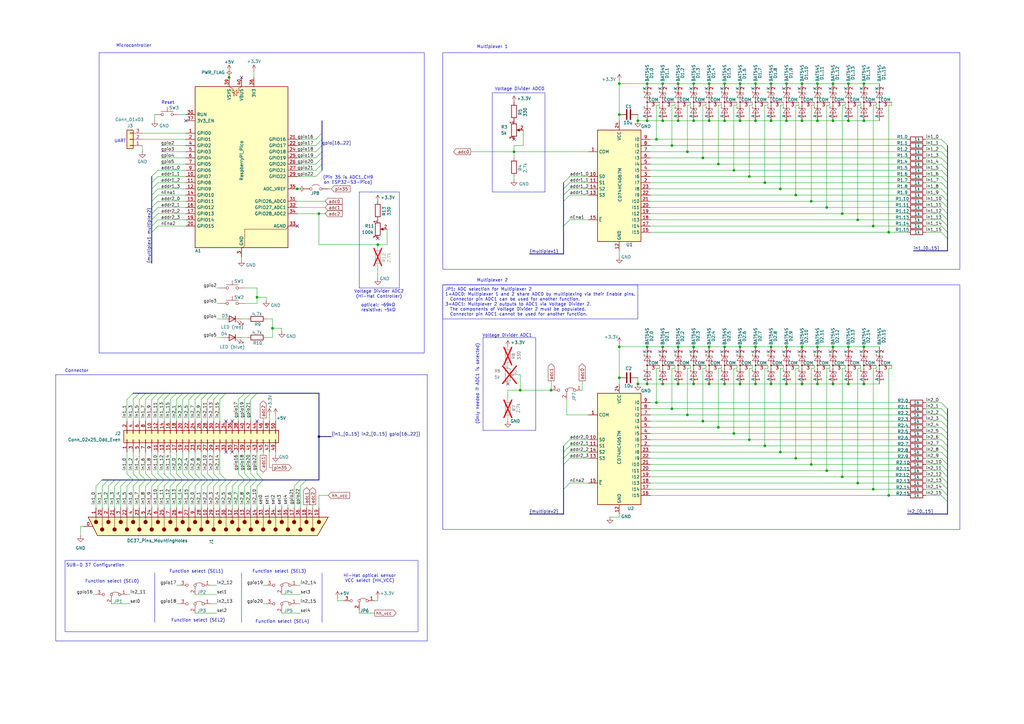
<source format=kicad_sch>
(kicad_sch (version 20250114) (generator "eeschema") (generator_version "9.0")
  (paper "A3")
  (title_block (title "EavesDrum") (date "2025-06-19") (rev "${VERSION}") (company "${AUTHOR}"))
  (bus_alias "multiplex1" (members "addr1_[0..3]" "nEna1"))
  (bus_alias "multiplex2" (members "addr2_[0..3]" "nEna2"))
  (rectangle (start 201.93 38.1) (end 223.52 78.74))
  (rectangle (start 181.61 116.84) (end 393.7 217.17))
  (rectangle (start 181.61 21.59) (end 393.7 110.49))
  (rectangle (start 63.5 234.95) (end 63.5 255.27))
  (rectangle (start 198.12 138.43) (end 219.71 176.53))
  (rectangle (start 147.32 78.74) (end 163.83 118.11))
  (rectangle (start 132.08 234.95) (end 132.08 255.27))
  (rectangle (start 26.67 229.87) (end 171.45 259.08))
  (rectangle (start 99.06 234.95) (end 99.06 255.27))
  (rectangle (start 40.64 21.59) (end 173.99 144.78))
  (rectangle (start 22.86 153.67) (end 175.26 262.89))
  (text "Microcontroller" (at 54.864 18.796 0) (effects (font (size 1.27 1.27))))
  (text "Multiplexer 2" (at 201.93 115.062 0) (effects (font (size 1.27 1.27))))
  (text "optical; ~69kΩ\nresistive: ~5kΩ" (at 148.082 126.238 0) (effects (font (size 1.27 1.27)) (justify left)))
  (text "Function select (SEL3)" (at 114.554 234.442 0) (effects (font (size 1.27 1.27))))
  (text "Connector" (at 31.496 152.146 0) (effects (font (size 1.27 1.27))))
  (text "Function select (SEL0)" (at 45.974 238.506 0) (effects (font (size 1.27 1.27))))
  (text "UART" (at 49.276 57.912 0) (effects (font (size 1.27 1.27))))
  (text "Function select (SEL2)" (at 81.28 254.508 0) (effects (font (size 1.27 1.27))))
  (text "SUB-D 37 Configuration" (at 39.116 231.902 0) (effects (font (size 1.27 1.27))))
  (text "(Pin 35 is ADC1_CH9\non ESP32-S3-Pico)" (at 142.748 73.914 0) (effects (font (size 1.27 1.27))))
  (text "Voltage Divider ADC2\n(Hi-Hat Controller)" (at 155.448 120.65 0) (effects (font (size 1.27 1.27))))
  (text "Multiplexer 1" (at 201.93 19.304 0) (effects (font (size 1.27 1.27))))
  (text "Voltage Divider ADC1" (at 208.026 137.668 0) (effects (font (size 1.27 1.27))))
  (text "Function select (SEL4)" (at 115.824 255.016 0) (effects (font (size 1.27 1.27))))
  (text "Voltage Divider ADC0" (at 213.106 36.576 0) (effects (font (size 1.27 1.27))))
  (text "(Only needed if ADC1 is selected)" (at 195.834 157.48 90) (effects (font (size 1.27 1.27))))
  (text "Function select (SEL1)" (at 80.518 234.442 0) (effects (font (size 1.27 1.27))))
  (text "Reset" (at 68.834 42.164 0) (effects (font (size 1.27 1.27))))
  (text "Hi-Hat optical sensor\nVCC select (HH_VCC)" (at 151.638 237.236 0) (effects (font (size 1.27 1.27))))
  (text_box "JP1: ADC selection for Multiplexer 2\n1=ADC0: Multiplexer 1 and 2 share ADC0 by multiplexing via their Enable pins.\n  Connector pin ADC1 can be used for another function.\n3=ADC1: Multplexer 2 outputs to ADC1 via Voltage Divider 2.\n  The components of Voltage Divider 2 must be populated.\n  Connector pin ADC1 cannot be used for another function." (at 181.61 116.84 0) (size 80.01 13.97) (margins 0.9525 0.9525 0.9525 0.9525) (effects (font (size 1.27 1.27)) (justify left top)))
  (junction (at 316.23 142.24))
  (junction (at 265.43 157.48))
  (junction (at 347.98 34.29))
  (junction (at 358.14 200.66))
  (junction (at 281.94 62.23))
  (junction (at 322.58 142.24))
  (junction (at 303.53 157.48))
  (junction (at 290.83 157.48))
  (junction (at 261.62 157.48))
  (junction (at 341.63 142.24))
  (junction (at 332.74 82.55))
  (junction (at 335.28 49.53))
  (junction (at 269.24 57.15))
  (junction (at 271.78 142.24))
  (junction (at 358.14 92.71))
  (junction (at 275.59 59.69))
  (junction (at 288.29 64.77))
  (junction (at 297.18 157.48))
  (junction (at 354.33 142.24))
  (junction (at 328.93 34.29))
  (junction (at 254 142.24))
  (junction (at 265.43 142.24))
  (junction (at 339.09 193.04))
  (junction (at 290.83 49.53))
  (junction (at 309.88 157.48))
  (junction (at 345.44 87.63))
  (junction (at 364.49 95.25))
  (junction (at 322.58 34.29))
  (junction (at 341.63 157.48))
  (junction (at 354.33 49.53))
  (junction (at 271.78 157.48))
  (junction (at 226.06 160.02))
  (junction (at 309.88 49.53))
  (junction (at 271.78 49.53))
  (junction (at 316.23 49.53))
  (junction (at 111.76 134.62))
  (junction (at 278.13 157.48))
  (junction (at 271.78 34.29))
  (junction (at 294.64 67.31))
  (junction (at 354.33 157.48))
  (junction (at 278.13 34.29))
  (junction (at 332.74 190.5))
  (junction (at 303.53 142.24))
  (junction (at 320.04 185.42))
  (junction (at 354.33 34.29))
  (junction (at 130.81 87.63))
  (junction (at 326.39 187.96))
  (junction (at 316.23 34.29))
  (junction (at 300.99 69.85))
  (junction (at 309.88 34.29))
  (junction (at 335.28 142.24))
  (junction (at 351.79 90.17))
  (junction (at 313.69 74.93))
  (junction (at 297.18 34.29))
  (junction (at 303.53 49.53))
  (junction (at 307.34 72.39))
  (junction (at 347.98 157.48))
  (junction (at 351.79 198.12))
  (junction (at 313.69 182.88))
  (junction (at 105.41 121.92))
  (junction (at 288.29 172.72))
  (junction (at 121.92 77.47))
  (junction (at 309.88 142.24))
  (junction (at 213.36 160.02))
  (junction (at 297.18 142.24))
  (junction (at 300.99 177.8))
  (junction (at 284.48 142.24))
  (junction (at 345.44 195.58))
  (junction (at 322.58 157.48))
  (junction (at 265.43 34.29))
  (junction (at 364.49 203.2))
  (junction (at 281.94 170.18))
  (junction (at 275.59 167.64))
  (junction (at 322.58 49.53))
  (junction (at 278.13 49.53))
  (junction (at 290.83 34.29))
  (junction (at 307.34 180.34))
  (junction (at 347.98 49.53))
  (junction (at 328.93 142.24))
  (junction (at 297.18 49.53))
  (junction (at 254 46.99))
  (junction (at 316.23 157.48))
  (junction (at 254 34.29))
  (junction (at 320.04 77.47))
  (junction (at 93.98 31.75))
  (junction (at 154.94 100.33))
  (junction (at 284.48 34.29))
  (junction (at 335.28 157.48))
  (junction (at 284.48 157.48))
  (junction (at 278.13 142.24))
  (junction (at 328.93 157.48))
  (junction (at 261.62 49.53))
  (junction (at 284.48 49.53))
  (junction (at 335.28 34.29))
  (junction (at 265.43 49.53))
  (junction (at 294.64 175.26))
  (junction (at 254 154.94))
  (junction (at 210.82 62.23))
  (junction (at 290.83 142.24))
  (junction (at 269.24 165.1))
  (junction (at 347.98 142.24))
  (junction (at 326.39 80.01))
  (junction (at 130.81 179.07))
  (junction (at 341.63 49.53))
  (junction (at 328.93 49.53))
  (junction (at 303.53 34.29))
  (junction (at 341.63 34.29))
  (junction (at 339.09 85.09))
  (no_connect (at 95.25 185.42))
  (no_connect (at 105.41 172.72))
  (no_connect (at 99.06 31.75))
  (no_connect (at 92.71 172.72))
  (no_connect (at 92.71 185.42))
  (no_connect (at 210.82 57.15))
  (no_connect (at 154.94 97.79))
  (no_connect (at 208.28 157.48))
  (no_connect (at 95.25 172.72))
  (no_connect (at 121.92 92.71))
  (no_connect (at 76.2 49.53))
  (bus_entry (at 231.14 182.88) (size 2.54 -2.54))
  (bus_entry (at 388.62 175.26) (size -2.54 -2.54))
  (bus_entry (at 388.62 74.93) (size -2.54 -2.54))
  (bus_entry (at 74.93 196.85) (size -2.54 2.54))
  (bus_entry (at 388.62 182.88) (size -2.54 -2.54))
  (bus_entry (at 388.62 185.42) (size -2.54 -2.54))
  (bus_entry (at 388.62 69.85) (size -2.54 -2.54))
  (bus_entry (at 102.87 161.29) (size -2.54 2.54))
  (bus_entry (at 388.62 193.04) (size -2.54 -2.54))
  (bus_entry (at 388.62 177.8) (size -2.54 -2.54))
  (bus_entry (at 85.09 161.29) (size -2.54 2.54))
  (bus_entry (at 231.14 80.01) (size 2.54 -2.54))
  (bus_entry (at 388.62 72.39) (size -2.54 -2.54))
  (bus_entry (at 388.62 64.77) (size -2.54 -2.54))
  (bus_entry (at 85.09 196.85) (size -2.54 2.54))
  (bus_entry (at 388.62 195.58) (size -2.54 -2.54))
  (bus_entry (at 62.23 196.85) (size -2.54 2.54))
  (bus_entry (at 388.62 67.31) (size -2.54 -2.54))
  (bus_entry (at 388.62 205.74) (size -2.54 -2.54))
  (bus_entry (at 231.14 200.66) (size 2.54 -2.54))
  (bus_entry (at 388.62 80.01) (size -2.54 -2.54))
  (bus_entry (at 231.14 74.93) (size 2.54 -2.54))
  (bus_entry (at 231.14 185.42) (size 2.54 -2.54))
  (bus_entry (at 46.99 196.85) (size -2.54 2.54))
  (bus_entry (at 69.85 196.85) (size -2.54 -2.54))
  (bus_entry (at 125.73 196.85) (size -2.54 2.54))
  (bus_entry (at 132.08 64.77) (size -2.54 2.54))
  (bus_entry (at 64.77 74.93) (size -2.54 2.54))
  (bus_entry (at 64.77 87.63) (size -2.54 2.54))
  (bus_entry (at 62.23 196.85) (size -2.54 -2.54))
  (bus_entry (at 54.61 196.85) (size -2.54 -2.54))
  (bus_entry (at 388.62 97.79) (size -2.54 -2.54))
  (bus_entry (at 388.62 180.34) (size -2.54 -2.54))
  (bus_entry (at 49.53 196.85) (size -2.54 2.54))
  (bus_entry (at 62.23 92.71) (size 2.54 -2.54))
  (bus_entry (at 41.91 196.85) (size -2.54 2.54))
  (bus_entry (at 44.45 196.85) (size -2.54 2.54))
  (bus_entry (at 132.08 62.23) (size -2.54 2.54))
  (bus_entry (at 105.41 161.29) (size -2.54 2.54))
  (bus_entry (at 231.14 190.5) (size 2.54 -2.54))
  (bus_entry (at 62.23 80.01) (size 2.54 -2.54))
  (bus_entry (at 132.08 54.61) (size -2.54 2.54))
  (bus_entry (at 105.41 196.85) (size -2.54 2.54))
  (bus_entry (at 388.62 198.12) (size -2.54 -2.54))
  (bus_entry (at 62.23 82.55) (size 2.54 -2.54))
  (bus_entry (at 87.63 196.85) (size -2.54 2.54))
  (bus_entry (at 388.62 92.71) (size -2.54 -2.54))
  (bus_entry (at 92.71 196.85) (size -2.54 2.54))
  (bus_entry (at 77.47 161.29) (size -2.54 2.54))
  (bus_entry (at 54.61 161.29) (size -2.54 2.54))
  (bus_entry (at 62.23 72.39) (size 2.54 -2.54))
  (bus_entry (at 388.62 190.5) (size -2.54 -2.54))
  (bus_entry (at 90.17 196.85) (size -2.54 2.54))
  (bus_entry (at 59.69 196.85) (size -2.54 2.54))
  (bus_entry (at 72.39 161.29) (size -2.54 2.54))
  (bus_entry (at 231.14 77.47) (size 2.54 -2.54))
  (bus_entry (at 67.31 196.85) (size -2.54 -2.54))
  (bus_entry (at 62.23 87.63) (size 2.54 -2.54))
  (bus_entry (at 62.23 85.09) (size 2.54 -2.54))
  (bus_entry (at 92.71 161.29) (size -2.54 2.54))
  (bus_entry (at 102.87 196.85) (size -2.54 2.54))
  (bus_entry (at 59.69 161.29) (size -2.54 2.54))
  (bus_entry (at 69.85 161.29) (size -2.54 2.54))
  (bus_entry (at 388.62 77.47) (size -2.54 -2.54))
  (bus_entry (at 388.62 90.17) (size -2.54 -2.54))
  (bus_entry (at 54.61 196.85) (size -2.54 2.54))
  (bus_entry (at 69.85 196.85) (size -2.54 2.54))
  (bus_entry (at 72.39 196.85) (size -2.54 2.54))
  (bus_entry (at 132.08 69.85) (size -2.54 2.54))
  (bus_entry (at 59.69 196.85) (size -2.54 -2.54))
  (bus_entry (at 107.95 196.85) (size -2.54 2.54))
  (bus_entry (at 90.17 196.85) (size -2.54 -2.54))
  (bus_entry (at 64.77 196.85) (size -2.54 2.54))
  (bus_entry (at 107.95 196.85) (size -2.54 -2.54))
  (bus_entry (at 132.08 67.31) (size -2.54 2.54))
  (bus_entry (at 95.25 196.85) (size -2.54 2.54))
  (bus_entry (at 388.62 82.55) (size -2.54 -2.54))
  (bus_entry (at 90.17 161.29) (size -2.54 2.54))
  (bus_entry (at 388.62 203.2) (size -2.54 -2.54))
  (bus_entry (at 62.23 74.93) (size 2.54 -2.54))
  (bus_entry (at 97.79 196.85) (size -2.54 2.54))
  (bus_entry (at 57.15 161.29) (size -2.54 2.54))
  (bus_entry (at 102.87 196.85) (size -2.54 -2.54))
  (bus_entry (at 82.55 161.29) (size -2.54 2.54))
  (bus_entry (at 388.62 167.64) (size -2.54 -2.54))
  (bus_entry (at 62.23 161.29) (size -2.54 2.54))
  (bus_entry (at 388.62 95.25) (size -2.54 -2.54))
  (bus_entry (at 388.62 172.72) (size -2.54 -2.54))
  (bus_entry (at 388.62 62.23) (size -2.54 -2.54))
  (bus_entry (at 388.62 200.66) (size -2.54 -2.54))
  (bus_entry (at 57.15 196.85) (size -2.54 -2.54))
  (bus_entry (at 100.33 196.85) (size -2.54 -2.54))
  (bus_entry (at 231.14 82.55) (size 2.54 -2.54))
  (bus_entry (at 388.62 85.09) (size -2.54 -2.54))
  (bus_entry (at 132.08 57.15) (size -2.54 2.54))
  (bus_entry (at 62.23 95.25) (size 2.54 -2.54))
  (bus_entry (at 52.07 196.85) (size -2.54 2.54))
  (bus_entry (at 231.14 187.96) (size 2.54 -2.54))
  (bus_entry (at 100.33 161.29) (size -2.54 2.54))
  (bus_entry (at 123.19 196.85) (size -2.54 2.54))
  (bus_entry (at 77.47 196.85) (size -2.54 -2.54))
  (bus_entry (at 64.77 161.29) (size -2.54 2.54))
  (bus_entry (at 80.01 196.85) (size -2.54 -2.54))
  (bus_entry (at 72.39 196.85) (size -2.54 -2.54))
  (bus_entry (at 388.62 187.96) (size -2.54 -2.54))
  (bus_entry (at 388.62 59.69) (size -2.54 -2.54))
  (bus_entry (at 82.55 196.85) (size -2.54 -2.54))
  (bus_entry (at 85.09 196.85) (size -2.54 -2.54))
  (bus_entry (at 67.31 161.29) (size -2.54 2.54))
  (bus_entry (at 74.93 196.85) (size -2.54 -2.54))
  (bus_entry (at 100.33 196.85) (size -2.54 2.54))
  (bus_entry (at 82.55 196.85) (size -2.54 2.54))
  (bus_entry (at 77.47 196.85) (size -2.54 2.54))
  (bus_entry (at 105.41 196.85) (size -2.54 -2.54))
  (bus_entry (at 388.62 87.63) (size -2.54 -2.54))
  (bus_entry (at 57.15 196.85) (size -2.54 2.54))
  (bus_entry (at 87.63 161.29) (size -2.54 2.54))
  (bus_entry (at 67.31 196.85) (size -2.54 2.54))
  (bus_entry (at 87.63 196.85) (size -2.54 -2.54))
  (bus_entry (at 80.01 196.85) (size -2.54 2.54))
  (bus_entry (at 92.71 196.85) (size -2.54 -2.54))
  (bus_entry (at 74.93 161.29) (size -2.54 2.54))
  (bus_entry (at 80.01 161.29) (size -2.54 2.54))
  (bus_entry (at 64.77 196.85) (size -2.54 -2.54))
  (bus_entry (at 231.14 92.71) (size 2.54 -2.54))
  (bus_entry (at 132.08 59.69) (size -2.54 2.54))
  (bus_entry (at 388.62 170.18) (size -2.54 -2.54))
  (wire (pts (xy 266.7 198.12) (xy 351.79 198.12)))
  (wire (pts (xy 86.36 240.03) (xy 88.9 240.03)))
  (wire (pts (xy 320.04 151.13) (xy 321.31 151.13)))
  (bus (pts (xy 130.81 161.29) (xy 130.81 179.07)))
  (wire (pts (xy 307.34 72.39) (xy 372.11 72.39)))
  (wire (pts (xy 379.73 190.5) (xy 386.08 190.5)))
  (wire (pts (xy 341.63 34.29) (xy 347.98 34.29)))
  (wire (pts (xy 208.28 171.45) (xy 208.28 172.72)))
  (wire (pts (xy 254 212.09) (xy 250.19 212.09)))
  (bus (pts (xy 57.15 161.29) (xy 59.69 161.29)))
  (wire (pts (xy 80.01 163.83) (xy 80.01 172.72)))
  (wire (pts (xy 341.63 157.48) (xy 347.98 157.48)))
  (wire (pts (xy 308.61 41.91) (xy 308.61 43.18)))
  (wire (pts (xy 90.17 163.83) (xy 90.17 172.72)))
  (bus (pts (xy 62.23 90.17) (xy 62.23 92.71)))
  (bus (pts (xy 231.14 80.01) (xy 231.14 77.47)))
  (wire (pts (xy 275.59 43.18) (xy 276.86 43.18)))
  (wire (pts (xy 74.93 185.42) (xy 74.93 194.31)))
  (wire (pts (xy 113.03 207.01) (xy 113.03 208.28)))
  (wire (pts (xy 77.47 163.83) (xy 77.47 172.72)))
  (wire (pts (xy 339.09 85.09) (xy 372.11 85.09)))
  (bus (pts (xy 130.81 179.07) (xy 135.89 179.07)))
  (bus (pts (xy 388.62 97.79) (xy 388.62 102.87)))
  (wire (pts (xy 266.7 180.34) (xy 307.34 180.34)))
  (wire (pts (xy 33.02 215.9) (xy 33.02 219.71)))
  (wire (pts (xy 107.95 247.65) (xy 109.22 247.65)))
  (wire (pts (xy 115.57 251.46) (xy 123.19 251.46)))
  (wire (pts (xy 269.24 43.18) (xy 269.24 57.15)))
  (wire (pts (xy 107.95 185.42) (xy 107.95 186.69)))
  (wire (pts (xy 266.7 62.23) (xy 281.94 62.23)))
  (wire (pts (xy 90.17 185.42) (xy 90.17 194.31)))
  (wire (pts (xy 300.99 177.8) (xy 372.11 177.8)))
  (wire (pts (xy 64.77 92.71) (xy 76.2 92.71)))
  (wire (pts (xy 345.44 195.58) (xy 372.11 195.58)))
  (bus (pts (xy 132.08 57.15) (xy 132.08 59.69)))
  (wire (pts (xy 265.43 157.48) (xy 271.78 157.48)))
  (wire (pts (xy 284.48 142.24) (xy 290.83 142.24)))
  (wire (pts (xy 335.28 157.48) (xy 341.63 157.48)))
  (wire (pts (xy 254 46.99) (xy 254 49.53)))
  (wire (pts (xy 266.7 172.72) (xy 288.29 172.72)))
  (wire (pts (xy 341.63 142.24) (xy 347.98 142.24)))
  (wire (pts (xy 85.09 185.42) (xy 85.09 194.31)))
  (wire (pts (xy 313.69 182.88) (xy 372.11 182.88)))
  (wire (pts (xy 276.86 43.18) (xy 276.86 41.91)))
  (wire (pts (xy 281.94 43.18) (xy 281.94 62.23)))
  (wire (pts (xy 288.29 151.13) (xy 289.56 151.13)))
  (bus (pts (xy 62.23 196.85) (xy 59.69 196.85)))
  (wire (pts (xy 281.94 43.18) (xy 283.21 43.18)))
  (wire (pts (xy 295.91 43.18) (xy 295.91 41.91)))
  (wire (pts (xy 59.69 199.39) (xy 59.69 208.28)))
  (bus (pts (xy 388.62 170.18) (xy 388.62 167.64)))
  (bus (pts (xy 388.62 203.2) (xy 388.62 200.66)))
  (wire (pts (xy 334.01 149.86) (xy 334.01 151.13)))
  (wire (pts (xy 266.7 82.55) (xy 332.74 82.55)))
  (wire (pts (xy 379.73 195.58) (xy 386.08 195.58)))
  (wire (pts (xy 332.74 190.5) (xy 372.11 190.5)))
  (wire (pts (xy 270.51 43.18) (xy 270.51 41.91)))
  (wire (pts (xy 288.29 43.18) (xy 289.56 43.18)))
  (wire (pts (xy 379.73 175.26) (xy 386.08 175.26)))
  (wire (pts (xy 121.92 72.39) (xy 129.54 72.39)))
  (wire (pts (xy 271.78 142.24) (xy 278.13 142.24)))
  (wire (pts (xy 233.68 80.01) (xy 241.3 80.01)))
  (bus (pts (xy 82.55 161.29) (xy 85.09 161.29)))
  (wire (pts (xy 210.82 59.69) (xy 210.82 62.23)))
  (wire (pts (xy 354.33 157.48) (xy 360.68 157.48)))
  (wire (pts (xy 290.83 142.24) (xy 297.18 142.24)))
  (wire (pts (xy 110.49 170.18) (xy 110.49 172.72)))
  (wire (pts (xy 58.42 62.23) (xy 58.42 59.69)))
  (wire (pts (xy 64.77 163.83) (xy 64.77 172.72)))
  (wire (pts (xy 100.33 163.83) (xy 100.33 172.72)))
  (wire (pts (xy 64.77 77.47) (xy 76.2 77.47)))
  (wire (pts (xy 351.79 198.12) (xy 372.11 198.12)))
  (wire (pts (xy 379.73 198.12) (xy 386.08 198.12)))
  (wire (pts (xy 138.43 246.38) (xy 140.97 246.38)))
  (wire (pts (xy 309.88 49.53) (xy 316.23 49.53)))
  (wire (pts (xy 379.73 182.88) (xy 386.08 182.88)))
  (bus (pts (xy 388.62 62.23) (xy 388.62 59.69)))
  (wire (pts (xy 278.13 142.24) (xy 284.48 142.24)))
  (wire (pts (xy 121.92 82.55) (xy 133.35 82.55)))
  (bus (pts (xy 231.14 92.71) (xy 231.14 104.14)))
  (bus (pts (xy 62.23 87.63) (xy 62.23 90.17)))
  (bus (pts (xy 388.62 97.79) (xy 388.62 95.25)))
  (bus (pts (xy 388.62 85.09) (xy 388.62 87.63)))
  (wire (pts (xy 303.53 49.53) (xy 309.88 49.53)))
  (wire (pts (xy 121.92 85.09) (xy 133.35 85.09)))
  (wire (pts (xy 97.79 185.42) (xy 97.79 194.31)))
  (wire (pts (xy 365.76 43.18) (xy 364.49 43.18)))
  (wire (pts (xy 66.04 64.77) (xy 76.2 64.77)))
  (wire (pts (xy 354.33 142.24) (xy 360.68 142.24)))
  (wire (pts (xy 332.74 43.18) (xy 332.74 82.55)))
  (wire (pts (xy 261.62 49.53) (xy 265.43 49.53)))
  (wire (pts (xy 233.68 198.12) (xy 241.3 198.12)))
  (wire (pts (xy 308.61 149.86) (xy 308.61 151.13)))
  (wire (pts (xy 266.7 59.69) (xy 275.59 59.69)))
  (wire (pts (xy 283.21 43.18) (xy 283.21 41.91)))
  (wire (pts (xy 365.76 149.86) (xy 365.76 151.13)))
  (wire (pts (xy 265.43 142.24) (xy 271.78 142.24)))
  (wire (pts (xy 347.98 142.24) (xy 354.33 142.24)))
  (wire (pts (xy 66.04 59.69) (xy 76.2 59.69)))
  (wire (pts (xy 379.73 170.18) (xy 386.08 170.18)))
  (wire (pts (xy 64.77 69.85) (xy 76.2 69.85)))
  (wire (pts (xy 332.74 43.18) (xy 334.01 43.18)))
  (wire (pts (xy 99.06 138.43) (xy 101.6 138.43)))
  (wire (pts (xy 326.39 80.01) (xy 372.11 80.01)))
  (wire (pts (xy 67.31 163.83) (xy 67.31 172.72)))
  (bus (pts (xy 69.85 161.29) (xy 72.39 161.29)))
  (wire (pts (xy 57.15 199.39) (xy 57.15 208.28)))
  (wire (pts (xy 283.21 151.13) (xy 283.21 149.86)))
  (wire (pts (xy 326.39 151.13) (xy 327.66 151.13)))
  (wire (pts (xy 307.34 151.13) (xy 307.34 180.34)))
  (bus (pts (xy 132.08 59.69) (xy 132.08 62.23)))
  (wire (pts (xy 80.01 185.42) (xy 80.01 194.31)))
  (bus (pts (xy 102.87 161.29) (xy 105.41 161.29)))
  (wire (pts (xy 67.31 185.42) (xy 67.31 194.31)))
  (wire (pts (xy 233.68 185.42) (xy 241.3 185.42)))
  (wire (pts (xy 379.73 72.39) (xy 386.08 72.39)))
  (wire (pts (xy 72.39 199.39) (xy 72.39 208.28)))
  (wire (pts (xy 121.92 240.03) (xy 123.19 240.03)))
  (wire (pts (xy 254 142.24) (xy 254 154.94)))
  (wire (pts (xy 254 210.82) (xy 254 212.09)))
  (wire (pts (xy 64.77 199.39) (xy 64.77 208.28)))
  (wire (pts (xy 266.7 185.42) (xy 320.04 185.42)))
  (wire (pts (xy 233.68 77.47) (xy 241.3 77.47)))
  (wire (pts (xy 147.32 251.46) (xy 147.32 250.19)))
  (wire (pts (xy 364.49 151.13) (xy 364.49 203.2)))
  (wire (pts (xy 100.33 118.11) (xy 105.41 118.11)))
  (wire (pts (xy 294.64 151.13) (xy 294.64 175.26)))
  (wire (pts (xy 300.99 69.85) (xy 372.11 69.85)))
  (wire (pts (xy 297.18 34.29) (xy 303.53 34.29)))
  (wire (pts (xy 379.73 187.96) (xy 386.08 187.96)))
  (wire (pts (xy 278.13 49.53) (xy 284.48 49.53)))
  (wire (pts (xy 288.29 172.72) (xy 372.11 172.72)))
  (wire (pts (xy 281.94 151.13) (xy 281.94 170.18)))
  (wire (pts (xy 326.39 43.18) (xy 326.39 80.01)))
  (wire (pts (xy 303.53 142.24) (xy 309.88 142.24)))
  (bus (pts (xy 372.11 210.82) (xy 388.62 210.82)))
  (wire (pts (xy 269.24 43.18) (xy 270.51 43.18)))
  (wire (pts (xy 351.79 151.13) (xy 353.06 151.13)))
  (wire (pts (xy 335.28 34.29) (xy 341.63 34.29)))
  (wire (pts (xy 379.73 59.69) (xy 386.08 59.69)))
  (wire (pts (xy 232.41 170.18) (xy 241.3 170.18)))
  (wire (pts (xy 326.39 151.13) (xy 326.39 187.96)))
  (bus (pts (xy 49.53 196.85) (xy 52.07 196.85)))
  (bus (pts (xy 231.14 190.5) (xy 231.14 187.96)))
  (wire (pts (xy 326.39 43.18) (xy 327.66 43.18)))
  (wire (pts (xy 130.81 87.63) (xy 133.35 87.63)))
  (wire (pts (xy 130.81 203.2) (xy 130.81 208.28)))
  (wire (pts (xy 69.85 199.39) (xy 69.85 208.28)))
  (wire (pts (xy 121.92 247.65) (xy 123.19 247.65)))
  (wire (pts (xy 328.93 34.29) (xy 335.28 34.29)))
  (wire (pts (xy 107.95 207.01) (xy 107.95 208.28)))
  (wire (pts (xy 115.57 243.84) (xy 123.19 243.84)))
  (wire (pts (xy 314.96 41.91) (xy 314.96 43.18)))
  (wire (pts (xy 320.04 43.18) (xy 320.04 77.47)))
  (wire (pts (xy 38.1 243.84) (xy 39.37 243.84)))
  (wire (pts (xy 347.98 49.53) (xy 354.33 49.53)))
  (wire (pts (xy 74.93 199.39) (xy 74.93 208.28)))
  (wire (pts (xy 130.81 87.63) (xy 130.81 100.33)))
  (wire (pts (xy 238.76 156.21) (xy 238.76 160.02)))
  (wire (pts (xy 99.06 105.41) (xy 99.06 106.68)))
  (wire (pts (xy 278.13 34.29) (xy 284.48 34.29)))
  (wire (pts (xy 109.22 121.92) (xy 109.22 123.19)))
  (wire (pts (xy 284.48 34.29) (xy 290.83 34.29)))
  (bus (pts (xy 388.62 172.72) (xy 388.62 170.18)))
  (wire (pts (xy 121.92 87.63) (xy 130.81 87.63)))
  (bus (pts (xy 92.71 196.85) (xy 95.25 196.85)))
  (wire (pts (xy 379.73 64.77) (xy 386.08 64.77)))
  (wire (pts (xy 307.34 151.13) (xy 308.61 151.13)))
  (wire (pts (xy 124.46 77.47) (xy 121.92 77.47)))
  (wire (pts (xy 72.39 163.83) (xy 72.39 172.72)))
  (wire (pts (xy 358.14 43.18) (xy 359.41 43.18)))
  (bus (pts (xy 388.62 203.2) (xy 388.62 205.74)))
  (wire (pts (xy 320.04 151.13) (xy 320.04 185.42)))
  (wire (pts (xy 271.78 157.48) (xy 278.13 157.48)))
  (wire (pts (xy 265.43 34.29) (xy 271.78 34.29)))
  (wire (pts (xy 138.43 245.11) (xy 138.43 246.38)))
  (bus (pts (xy 69.85 196.85) (xy 67.31 196.85)))
  (wire (pts (xy 214.63 59.69) (xy 210.82 59.69)))
  (wire (pts (xy 100.33 124.46) (xy 105.41 124.46)))
  (bus (pts (xy 388.62 67.31) (xy 388.62 64.77)))
  (wire (pts (xy 332.74 82.55) (xy 372.11 82.55)))
  (bus (pts (xy 80.01 196.85) (xy 82.55 196.85)))
  (bus (pts (xy 388.62 200.66) (xy 388.62 198.12)))
  (wire (pts (xy 233.68 180.34) (xy 241.3 180.34)))
  (wire (pts (xy 100.33 199.39) (xy 100.33 208.28)))
  (wire (pts (xy 105.41 185.42) (xy 105.41 194.31)))
  (wire (pts (xy 266.7 92.71) (xy 358.14 92.71)))
  (wire (pts (xy 302.26 41.91) (xy 302.26 43.18)))
  (wire (pts (xy 52.07 185.42) (xy 52.07 194.31)))
  (bus (pts (xy 388.62 69.85) (xy 388.62 72.39)))
  (wire (pts (xy 46.99 199.39) (xy 46.99 208.28)))
  (wire (pts (xy 379.73 180.34) (xy 386.08 180.34)))
  (bus (pts (xy 388.62 177.8) (xy 388.62 175.26)))
  (wire (pts (xy 62.23 185.42) (xy 62.23 194.31)))
  (bus (pts (xy 217.17 210.82) (xy 231.14 210.82)))
  (wire (pts (xy 379.73 177.8) (xy 386.08 177.8)))
  (wire (pts (xy 52.07 163.83) (xy 52.07 172.72)))
  (bus (pts (xy 64.77 161.29) (xy 67.31 161.29)))
  (wire (pts (xy 364.49 43.18) (xy 364.49 95.25)))
  (wire (pts (xy 102.87 185.42) (xy 102.87 194.31)))
  (bus (pts (xy 74.93 196.85) (xy 72.39 196.85)))
  (wire (pts (xy 275.59 43.18) (xy 275.59 59.69)))
  (bus (pts (xy 132.08 64.77) (xy 132.08 67.31)))
  (wire (pts (xy 130.81 100.33) (xy 154.94 100.33)))
  (bus (pts (xy 46.99 196.85) (xy 49.53 196.85)))
  (bus (pts (xy 95.25 196.85) (xy 97.79 196.85)))
  (wire (pts (xy 294.64 151.13) (xy 295.91 151.13)))
  (bus (pts (xy 62.23 72.39) (xy 62.23 74.93)))
  (wire (pts (xy 121.92 69.85) (xy 129.54 69.85)))
  (wire (pts (xy 303.53 34.29) (xy 309.88 34.29)))
  (wire (pts (xy 351.79 43.18) (xy 353.06 43.18)))
  (wire (pts (xy 269.24 151.13) (xy 269.24 165.1)))
  (wire (pts (xy 347.98 34.29) (xy 354.33 34.29)))
  (wire (pts (xy 49.53 199.39) (xy 49.53 208.28)))
  (wire (pts (xy 113.03 170.18) (xy 113.03 172.72)))
  (bus (pts (xy 87.63 161.29) (xy 90.17 161.29)))
  (wire (pts (xy 266.7 200.66) (xy 358.14 200.66)))
  (wire (pts (xy 158.75 100.33) (xy 154.94 100.33)))
  (bus (pts (xy 123.19 196.85) (xy 125.73 196.85)))
  (wire (pts (xy 379.73 165.1) (xy 386.08 165.1)))
  (wire (pts (xy 266.7 95.25) (xy 364.49 95.25)))
  (wire (pts (xy 345.44 43.18) (xy 346.71 43.18)))
  (bus (pts (xy 62.23 74.93) (xy 62.23 77.47)))
  (wire (pts (xy 85.09 163.83) (xy 85.09 172.72)))
  (bus (pts (xy 231.14 190.5) (xy 231.14 200.66)))
  (wire (pts (xy 334.01 41.91) (xy 334.01 43.18)))
  (wire (pts (xy 266.7 72.39) (xy 307.34 72.39)))
  (wire (pts (xy 297.18 157.48) (xy 303.53 157.48)))
  (wire (pts (xy 121.92 62.23) (xy 129.54 62.23)))
  (bus (pts (xy 231.14 82.55) (xy 231.14 92.71)))
  (bus (pts (xy 105.41 196.85) (xy 107.95 196.85)))
  (wire (pts (xy 88.9 118.11) (xy 90.17 118.11)))
  (wire (pts (xy 300.99 43.18) (xy 300.99 69.85)))
  (wire (pts (xy 309.88 34.29) (xy 316.23 34.29)))
  (wire (pts (xy 92.71 199.39) (xy 92.71 208.28)))
  (bus (pts (xy 132.08 67.31) (xy 132.08 69.85)))
  (bus (pts (xy 388.62 95.25) (xy 388.62 92.71)))
  (wire (pts (xy 44.45 199.39) (xy 44.45 208.28)))
  (wire (pts (xy 358.14 43.18) (xy 358.14 92.71)))
  (wire (pts (xy 88.9 130.81) (xy 91.44 130.81)))
  (wire (pts (xy 261.62 157.48) (xy 265.43 157.48)))
  (wire (pts (xy 307.34 43.18) (xy 308.61 43.18)))
  (wire (pts (xy 364.49 203.2) (xy 372.11 203.2)))
  (wire (pts (xy 52.07 243.84) (xy 53.34 243.84)))
  (wire (pts (xy 254 33.02) (xy 254 34.29)))
  (wire (pts (xy 271.78 34.29) (xy 278.13 34.29)))
  (wire (pts (xy 340.36 149.86) (xy 340.36 151.13)))
  (wire (pts (xy 57.15 163.83) (xy 57.15 172.72)))
  (wire (pts (xy 288.29 151.13) (xy 288.29 172.72)))
  (wire (pts (xy 290.83 157.48) (xy 297.18 157.48)))
  (wire (pts (xy 275.59 167.64) (xy 372.11 167.64)))
  (wire (pts (xy 111.76 134.62) (xy 111.76 138.43)))
  (wire (pts (xy 339.09 43.18) (xy 340.36 43.18)))
  (bus (pts (xy 231.14 200.66) (xy 231.14 210.82)))
  (wire (pts (xy 281.94 62.23) (xy 372.11 62.23)))
  (wire (pts (xy 41.91 199.39) (xy 41.91 208.28)))
  (wire (pts (xy 289.56 43.18) (xy 289.56 41.91)))
  (bus (pts (xy 77.47 196.85) (xy 74.93 196.85)))
  (wire (pts (xy 115.57 134.62) (xy 115.57 135.89)))
  (wire (pts (xy 233.68 187.96) (xy 241.3 187.96)))
  (bus (pts (xy 62.23 161.29) (xy 64.77 161.29)))
  (bus (pts (xy 374.65 102.87) (xy 388.62 102.87)))
  (wire (pts (xy 313.69 151.13) (xy 313.69 182.88)))
  (wire (pts (xy 358.14 151.13) (xy 358.14 200.66)))
  (wire (pts (xy 335.28 142.24) (xy 341.63 142.24)))
  (wire (pts (xy 95.25 199.39) (xy 95.25 208.28)))
  (wire (pts (xy 379.73 80.01) (xy 386.08 80.01)))
  (bus (pts (xy 92.71 161.29) (xy 100.33 161.29)))
  (wire (pts (xy 354.33 34.29) (xy 360.68 34.29)))
  (bus (pts (xy 57.15 196.85) (xy 54.61 196.85)))
  (bus (pts (xy 388.62 198.12) (xy 388.62 195.58)))
  (wire (pts (xy 365.76 151.13) (xy 364.49 151.13)))
  (wire (pts (xy 97.79 199.39) (xy 97.79 208.28)))
  (wire (pts (xy 212.09 153.67) (xy 213.36 153.67)))
  (wire (pts (xy 64.77 87.63) (xy 76.2 87.63)))
  (wire (pts (xy 73.66 46.99) (xy 76.2 46.99)))
  (bus (pts (xy 62.23 80.01) (xy 62.23 82.55)))
  (wire (pts (xy 210.82 72.39) (xy 210.82 73.66)))
  (wire (pts (xy 379.73 92.71) (xy 386.08 92.71)))
  (wire (pts (xy 214.63 53.34) (xy 214.63 59.69)))
  (bus (pts (xy 72.39 161.29) (xy 74.93 161.29)))
  (wire (pts (xy 115.57 207.01) (xy 115.57 208.28)))
  (wire (pts (xy 193.04 62.23) (xy 210.82 62.23)))
  (bus (pts (xy 41.91 196.85) (xy 44.45 196.85)))
  (wire (pts (xy 66.04 67.31) (xy 76.2 67.31)))
  (bus (pts (xy 130.81 179.07) (xy 130.81 196.85)))
  (wire (pts (xy 129.54 67.31) (xy 121.92 67.31)))
  (wire (pts (xy 105.41 121.92) (xy 109.22 121.92)))
  (wire (pts (xy 208.28 160.02) (xy 213.36 160.02)))
  (wire (pts (xy 64.77 185.42) (xy 64.77 194.31)))
  (bus (pts (xy 388.62 72.39) (xy 388.62 74.93)))
  (bus (pts (xy 52.07 196.85) (xy 54.61 196.85)))
  (wire (pts (xy 261.62 154.94) (xy 261.62 157.48)))
  (wire (pts (xy 294.64 175.26) (xy 372.11 175.26)))
  (wire (pts (xy 154.94 100.33) (xy 154.94 101.6)))
  (bus (pts (xy 107.95 196.85) (xy 123.19 196.85)))
  (wire (pts (xy 72.39 247.65) (xy 73.66 247.65)))
  (wire (pts (xy 281.94 170.18) (xy 372.11 170.18)))
  (bus (pts (xy 231.14 74.93) (xy 231.14 77.47)))
  (wire (pts (xy 335.28 49.53) (xy 341.63 49.53)))
  (wire (pts (xy 64.77 74.93) (xy 76.2 74.93)))
  (wire (pts (xy 39.37 199.39) (xy 39.37 208.28)))
  (wire (pts (xy 314.96 149.86) (xy 314.96 151.13)))
  (wire (pts (xy 322.58 49.53) (xy 328.93 49.53)))
  (wire (pts (xy 233.68 74.93) (xy 241.3 74.93)))
  (wire (pts (xy 266.7 80.01) (xy 326.39 80.01)))
  (wire (pts (xy 123.19 199.39) (xy 123.19 208.28)))
  (wire (pts (xy 309.88 142.24) (xy 316.23 142.24)))
  (wire (pts (xy 208.28 160.02) (xy 208.28 163.83)))
  (wire (pts (xy 353.06 41.91) (xy 353.06 43.18)))
  (bus (pts (xy 80.01 161.29) (xy 82.55 161.29)))
  (wire (pts (xy 93.98 29.21) (xy 93.98 31.75)))
  (wire (pts (xy 266.7 74.93) (xy 313.69 74.93)))
  (wire (pts (xy 121.92 59.69) (xy 129.54 59.69)))
  (wire (pts (xy 213.36 153.67) (xy 213.36 160.02)))
  (wire (pts (xy 288.29 43.18) (xy 288.29 64.77)))
  (wire (pts (xy 320.04 77.47) (xy 372.11 77.47)))
  (wire (pts (xy 302.26 149.86) (xy 302.26 151.13)))
  (wire (pts (xy 290.83 34.29) (xy 297.18 34.29)))
  (wire (pts (xy 90.17 199.39) (xy 90.17 208.28)))
  (bus (pts (xy 388.62 69.85) (xy 388.62 67.31)))
  (wire (pts (xy 254 142.24) (xy 265.43 142.24)))
  (wire (pts (xy 86.36 247.65) (xy 88.9 247.65)))
  (wire (pts (xy 339.09 193.04) (xy 372.11 193.04)))
  (wire (pts (xy 115.57 134.62) (xy 111.76 134.62)))
  (wire (pts (xy 339.09 43.18) (xy 339.09 85.09)))
  (bus (pts (xy 388.62 193.04) (xy 388.62 190.5)))
  (wire (pts (xy 111.76 130.81) (xy 111.76 134.62)))
  (wire (pts (xy 275.59 151.13) (xy 276.86 151.13)))
  (wire (pts (xy 105.41 121.92) (xy 105.41 124.46)))
  (bus (pts (xy 388.62 90.17) (xy 388.62 87.63)))
  (wire (pts (xy 358.14 92.71) (xy 372.11 92.71)))
  (wire (pts (xy 99.06 130.81) (xy 101.6 130.81)))
  (wire (pts (xy 87.63 199.39) (xy 87.63 208.28)))
  (wire (pts (xy 281.94 151.13) (xy 283.21 151.13)))
  (wire (pts (xy 271.78 49.53) (xy 278.13 49.53)))
  (bus (pts (xy 62.23 85.09) (xy 62.23 87.63)))
  (wire (pts (xy 87.63 185.42) (xy 87.63 194.31)))
  (wire (pts (xy 346.71 149.86) (xy 346.71 151.13)))
  (wire (pts (xy 300.99 151.13) (xy 300.99 177.8)))
  (wire (pts (xy 379.73 69.85) (xy 386.08 69.85)))
  (wire (pts (xy 351.79 90.17) (xy 372.11 90.17)))
  (wire (pts (xy 320.04 185.42) (xy 372.11 185.42)))
  (wire (pts (xy 254 34.29) (xy 254 46.99)))
  (wire (pts (xy 379.73 193.04) (xy 386.08 193.04)))
  (wire (pts (xy 275.59 151.13) (xy 275.59 167.64)))
  (wire (pts (xy 158.75 93.98) (xy 158.75 100.33)))
  (wire (pts (xy 341.63 49.53) (xy 347.98 49.53)))
  (wire (pts (xy 266.7 177.8) (xy 300.99 177.8)))
  (bus (pts (xy 388.62 185.42) (xy 388.62 187.96)))
  (wire (pts (xy 316.23 49.53) (xy 322.58 49.53)))
  (wire (pts (xy 266.7 195.58) (xy 345.44 195.58)))
  (wire (pts (xy 266.7 87.63) (xy 345.44 87.63)))
  (wire (pts (xy 128.27 207.01) (xy 128.27 208.28)))
  (bus (pts (xy 388.62 77.47) (xy 388.62 80.01)))
  (wire (pts (xy 284.48 157.48) (xy 290.83 157.48)))
  (wire (pts (xy 313.69 43.18) (xy 314.96 43.18)))
  (wire (pts (xy 77.47 185.42) (xy 77.47 194.31)))
  (bus (pts (xy 59.69 161.29) (xy 62.23 161.29)))
  (wire (pts (xy 266.7 167.64) (xy 275.59 167.64)))
  (wire (pts (xy 134.62 77.47) (xy 135.89 77.47)))
  (wire (pts (xy 88.9 124.46) (xy 90.17 124.46)))
  (wire (pts (xy 379.73 57.15) (xy 386.08 57.15)))
  (bus (pts (xy 105.41 161.29) (xy 130.81 161.29)))
  (wire (pts (xy 261.62 46.99) (xy 261.62 49.53)))
  (wire (pts (xy 107.95 240.03) (xy 109.22 240.03)))
  (wire (pts (xy 129.54 57.15) (xy 121.92 57.15)))
  (wire (pts (xy 379.73 185.42) (xy 386.08 185.42)))
  (bus (pts (xy 82.55 196.85) (xy 85.09 196.85)))
  (bus (pts (xy 59.69 196.85) (xy 57.15 196.85)))
  (wire (pts (xy 64.77 80.01) (xy 76.2 80.01)))
  (wire (pts (xy 226.06 160.02) (xy 226.06 156.21)))
  (wire (pts (xy 266.7 77.47) (xy 320.04 77.47)))
  (wire (pts (xy 270.51 151.13) (xy 270.51 149.86)))
  (bus (pts (xy 388.62 187.96) (xy 388.62 190.5)))
  (wire (pts (xy 327.66 149.86) (xy 327.66 151.13)))
  (bus (pts (xy 132.08 62.23) (xy 132.08 64.77)))
  (bus (pts (xy 231.14 182.88) (xy 231.14 185.42)))
  (wire (pts (xy 379.73 90.17) (xy 386.08 90.17)))
  (wire (pts (xy 54.61 185.42) (xy 54.61 194.31)))
  (bus (pts (xy 97.79 196.85) (xy 100.33 196.85)))
  (wire (pts (xy 254 140.97) (xy 254 142.24)))
  (wire (pts (xy 351.79 43.18) (xy 351.79 90.17)))
  (bus (pts (xy 90.17 196.85) (xy 92.71 196.85)))
  (wire (pts (xy 303.53 157.48) (xy 309.88 157.48)))
  (wire (pts (xy 80.01 199.39) (xy 80.01 208.28)))
  (wire (pts (xy 62.23 163.83) (xy 62.23 172.72)))
  (wire (pts (xy 254 154.94) (xy 254 157.48)))
  (wire (pts (xy 275.59 59.69) (xy 372.11 59.69)))
  (wire (pts (xy 266.7 57.15) (xy 269.24 57.15)))
  (wire (pts (xy 107.95 171.45) (xy 107.95 172.72)))
  (bus (pts (xy 90.17 161.29) (xy 92.71 161.29)))
  (wire (pts (xy 82.55 199.39) (xy 82.55 208.28)))
  (wire (pts (xy 364.49 95.25) (xy 372.11 95.25)))
  (wire (pts (xy 327.66 41.91) (xy 327.66 43.18)))
  (wire (pts (xy 232.41 163.83) (xy 232.41 170.18)))
  (wire (pts (xy 266.7 165.1) (xy 269.24 165.1)))
  (bus (pts (xy 100.33 196.85) (xy 102.87 196.85)))
  (wire (pts (xy 339.09 151.13) (xy 340.36 151.13)))
  (wire (pts (xy 85.09 199.39) (xy 85.09 208.28)))
  (wire (pts (xy 379.73 77.47) (xy 386.08 77.47)))
  (wire (pts (xy 233.68 72.39) (xy 241.3 72.39)))
  (wire (pts (xy 63.5 46.99) (xy 63.5 49.53)))
  (wire (pts (xy 379.73 203.2) (xy 386.08 203.2)))
  (wire (pts (xy 104.14 29.21) (xy 104.14 31.75)))
  (wire (pts (xy 64.77 82.55) (xy 76.2 82.55)))
  (wire (pts (xy 379.73 62.23) (xy 386.08 62.23)))
  (wire (pts (xy 365.76 41.91) (xy 365.76 43.18)))
  (wire (pts (xy 288.29 64.77) (xy 372.11 64.77)))
  (bus (pts (xy 44.45 196.85) (xy 46.99 196.85)))
  (wire (pts (xy 353.06 149.86) (xy 353.06 151.13)))
  (wire (pts (xy 77.47 199.39) (xy 77.47 208.28)))
  (wire (pts (xy 72.39 185.42) (xy 72.39 194.31)))
  (wire (pts (xy 66.04 62.23) (xy 76.2 62.23)))
  (bus (pts (xy 64.77 196.85) (xy 67.31 196.85)))
  (bus (pts (xy 231.14 82.55) (xy 231.14 80.01)))
  (wire (pts (xy 266.7 69.85) (xy 300.99 69.85)))
  (bus (pts (xy 388.62 74.93) (xy 388.62 77.47)))
  (wire (pts (xy 297.18 49.53) (xy 303.53 49.53)))
  (wire (pts (xy 266.7 182.88) (xy 313.69 182.88)))
  (bus (pts (xy 102.87 196.85) (xy 105.41 196.85)))
  (wire (pts (xy 345.44 151.13) (xy 346.71 151.13)))
  (wire (pts (xy 57.15 185.42) (xy 57.15 194.31)))
  (wire (pts (xy 233.68 90.17) (xy 241.3 90.17)))
  (wire (pts (xy 82.55 163.83) (xy 82.55 172.72)))
  (bus (pts (xy 217.17 104.14) (xy 231.14 104.14)))
  (wire (pts (xy 58.42 57.15) (xy 76.2 57.15)))
  (wire (pts (xy 54.61 163.83) (xy 54.61 172.72)))
  (wire (pts (xy 153.67 251.46) (xy 147.32 251.46)))
  (wire (pts (xy 266.7 187.96) (xy 326.39 187.96)))
  (wire (pts (xy 332.74 151.13) (xy 332.74 190.5)))
  (wire (pts (xy 266.7 64.77) (xy 288.29 64.77)))
  (wire (pts (xy 322.58 157.48) (xy 328.93 157.48)))
  (wire (pts (xy 45.72 247.65) (xy 53.34 247.65)))
  (wire (pts (xy 294.64 67.31) (xy 372.11 67.31)))
  (wire (pts (xy 113.03 185.42) (xy 113.03 186.69)))
  (wire (pts (xy 87.63 163.83) (xy 87.63 172.72)))
  (wire (pts (xy 326.39 187.96) (xy 372.11 187.96)))
  (bus (pts (xy 388.62 182.88) (xy 388.62 185.42)))
  (bus (pts (xy 388.62 175.26) (xy 388.62 172.72)))
  (bus (pts (xy 77.47 196.85) (xy 80.01 196.85)))
  (wire (pts (xy 278.13 157.48) (xy 284.48 157.48)))
  (bus (pts (xy 54.61 161.29) (xy 57.15 161.29)))
  (wire (pts (xy 322.58 142.24) (xy 328.93 142.24)))
  (wire (pts (xy 358.14 151.13) (xy 359.41 151.13)))
  (wire (pts (xy 340.36 41.91) (xy 340.36 43.18)))
  (wire (pts (xy 59.69 185.42) (xy 59.69 194.31)))
  (wire (pts (xy 316.23 142.24) (xy 322.58 142.24)))
  (wire (pts (xy 266.7 190.5) (xy 332.74 190.5)))
  (bus (pts (xy 74.93 161.29) (xy 77.47 161.29)))
  (wire (pts (xy 269.24 165.1) (xy 372.11 165.1)))
  (wire (pts (xy 88.9 138.43) (xy 91.44 138.43)))
  (bus (pts (xy 388.62 92.71) (xy 388.62 90.17)))
  (bus (pts (xy 388.62 180.34) (xy 388.62 182.88)))
  (wire (pts (xy 379.73 67.31) (xy 386.08 67.31)))
  (wire (pts (xy 307.34 180.34) (xy 372.11 180.34)))
  (wire (pts (xy 347.98 157.48) (xy 354.33 157.48)))
  (wire (pts (xy 351.79 151.13) (xy 351.79 198.12)))
  (wire (pts (xy 379.73 74.93) (xy 386.08 74.93)))
  (wire (pts (xy 254 102.87) (xy 254 105.41)))
  (wire (pts (xy 316.23 157.48) (xy 322.58 157.48)))
  (wire (pts (xy 295.91 151.13) (xy 295.91 149.86)))
  (wire (pts (xy 134.62 203.2) (xy 130.81 203.2)))
  (bus (pts (xy 388.62 177.8) (xy 388.62 180.34)))
  (wire (pts (xy 69.85 163.83) (xy 69.85 172.72)))
  (wire (pts (xy 64.77 85.09) (xy 76.2 85.09)))
  (wire (pts (xy 266.7 203.2) (xy 364.49 203.2)))
  (wire (pts (xy 100.33 185.42) (xy 100.33 194.31)))
  (wire (pts (xy 359.41 149.86) (xy 359.41 151.13)))
  (wire (pts (xy 266.7 175.26) (xy 294.64 175.26)))
  (wire (pts (xy 345.44 43.18) (xy 345.44 87.63)))
  (wire (pts (xy 297.18 142.24) (xy 303.53 142.24)))
  (wire (pts (xy 54.61 199.39) (xy 54.61 208.28)))
  (wire (pts (xy 379.73 200.66) (xy 386.08 200.66)))
  (wire (pts (xy 154.94 109.22) (xy 154.94 114.3)))
  (wire (pts (xy 269.24 57.15) (xy 372.11 57.15)))
  (bus (pts (xy 100.33 161.29) (xy 102.87 161.29)))
  (wire (pts (xy 97.79 163.83) (xy 97.79 172.72)))
  (wire (pts (xy 313.69 74.93) (xy 372.11 74.93)))
  (bus (pts (xy 62.23 77.47) (xy 62.23 80.01)))
  (wire (pts (xy 354.33 49.53) (xy 360.68 49.53)))
  (bus (pts (xy 132.08 54.61) (xy 132.08 57.15)))
  (wire (pts (xy 266.7 170.18) (xy 281.94 170.18)))
  (wire (pts (xy 120.65 199.39) (xy 120.65 208.28)))
  (wire (pts (xy 307.34 43.18) (xy 307.34 72.39)))
  (wire (pts (xy 316.23 34.29) (xy 322.58 34.29)))
  (wire (pts (xy 379.73 172.72) (xy 386.08 172.72)))
  (wire (pts (xy 210.82 62.23) (xy 241.3 62.23)))
  (wire (pts (xy 322.58 34.29) (xy 328.93 34.29)))
  (bus (pts (xy 67.31 161.29) (xy 69.85 161.29)))
  (wire (pts (xy 321.31 149.86) (xy 321.31 151.13)))
  (wire (pts (xy 379.73 82.55) (xy 386.08 82.55)))
  (wire (pts (xy 110.49 191.77) (xy 111.76 191.77)))
  (wire (pts (xy 52.07 199.39) (xy 52.07 208.28)))
  (wire (pts (xy 62.23 199.39) (xy 62.23 208.28)))
  (wire (pts (xy 118.11 207.01) (xy 118.11 208.28)))
  (bus (pts (xy 62.23 196.85) (xy 64.77 196.85)))
  (wire (pts (xy 309.88 157.48) (xy 316.23 157.48)))
  (bus (pts (xy 231.14 187.96) (xy 231.14 185.42)))
  (wire (pts (xy 254 34.29) (xy 265.43 34.29)))
  (wire (pts (xy 102.87 163.83) (xy 102.87 172.72)))
  (wire (pts (xy 59.69 163.83) (xy 59.69 172.72)))
  (bus (pts (xy 388.62 205.74) (xy 388.62 210.82)))
  (wire (pts (xy 313.69 151.13) (xy 314.96 151.13)))
  (bus (pts (xy 125.73 196.85) (xy 130.81 196.85)))
  (wire (pts (xy 294.64 43.18) (xy 295.91 43.18)))
  (wire (pts (xy 80.01 243.84) (xy 88.9 243.84)))
  (wire (pts (xy 74.93 163.83) (xy 74.93 172.72)))
  (wire (pts (xy 154.94 246.38) (xy 154.94 245.11)))
  (wire (pts (xy 210.82 62.23) (xy 210.82 64.77)))
  (bus (pts (xy 85.09 196.85) (xy 87.63 196.85)))
  (wire (pts (xy 110.49 185.42) (xy 110.49 191.77)))
  (wire (pts (xy 105.41 118.11) (xy 105.41 121.92)))
  (wire (pts (xy 72.39 240.03) (xy 73.66 240.03)))
  (wire (pts (xy 289.56 151.13) (xy 289.56 149.86)))
  (bus (pts (xy 87.63 196.85) (xy 90.17 196.85)))
  (wire (pts (xy 300.99 43.18) (xy 302.26 43.18)))
  (wire (pts (xy 266.7 67.31) (xy 294.64 67.31)))
  (bus (pts (xy 62.23 82.55) (xy 62.23 85.09)))
  (wire (pts (xy 320.04 43.18) (xy 321.31 43.18)))
  (wire (pts (xy 266.7 85.09) (xy 339.09 85.09)))
  (wire (pts (xy 294.64 43.18) (xy 294.64 67.31)))
  (wire (pts (xy 300.99 151.13) (xy 302.26 151.13)))
  (wire (pts (xy 379.73 85.09) (xy 386.08 85.09)))
  (wire (pts (xy 345.44 87.63) (xy 372.11 87.63)))
  (wire (pts (xy 64.77 72.39) (xy 76.2 72.39)))
  (wire (pts (xy 386.08 95.25) (xy 379.73 95.25)))
  (bus (pts (xy 62.23 107.95) (xy 62.23 95.25)))
  (wire (pts (xy 332.74 151.13) (xy 334.01 151.13)))
  (wire (pts (xy 67.31 199.39) (xy 67.31 208.28)))
  (wire (pts (xy 290.83 49.53) (xy 297.18 49.53)))
  (wire (pts (xy 69.85 185.42) (xy 69.85 194.31)))
  (wire (pts (xy 345.44 151.13) (xy 345.44 195.58)))
  (bus (pts (xy 388.62 85.09) (xy 388.62 82.55)))
  (wire (pts (xy 269.24 151.13) (xy 270.51 151.13)))
  (wire (pts (xy 153.67 246.38) (xy 154.94 246.38)))
  (wire (pts (xy 359.41 41.91) (xy 359.41 43.18)))
  (wire (pts (xy 321.31 41.91) (xy 321.31 43.18)))
  (wire (pts (xy 213.36 160.02) (xy 226.06 160.02)))
  (bus (pts (xy 132.08 49.53) (xy 132.08 54.61)))
  (wire (pts (xy 110.49 207.01) (xy 110.49 208.28)))
  (wire (pts (xy 82.55 185.42) (xy 82.55 194.31)))
  (wire (pts (xy 80.01 251.46) (xy 88.9 251.46)))
  (wire (pts (xy 266.7 90.17) (xy 351.79 90.17)))
  (wire (pts (xy 233.68 182.88) (xy 241.3 182.88)))
  (wire (pts (xy 379.73 167.64) (xy 386.08 167.64)))
  (wire (pts (xy 379.73 87.63) (xy 386.08 87.63)))
  (wire (pts (xy 358.14 200.66) (xy 372.11 200.66)))
  (wire (pts (xy 58.42 54.61) (xy 76.2 54.61)))
  (wire (pts (xy 328.93 142.24) (xy 335.28 142.24)))
  (bus (pts (xy 85.09 161.29) (xy 87.63 161.29)))
  (wire (pts (xy 109.22 138.43) (xy 111.76 138.43)))
  (wire (pts (xy 346.71 41.91) (xy 346.71 43.18)))
  (wire (pts (xy 266.7 193.04) (xy 339.09 193.04)))
  (wire (pts (xy 34.29 215.9) (xy 33.02 215.9)))
  (wire (pts (xy 102.87 199.39) (xy 102.87 208.28)))
  (wire (pts (xy 284.48 49.53) (xy 290.83 49.53)))
  (wire (pts (xy 121.92 64.77) (xy 129.54 64.77)))
  (bus (pts (xy 388.62 193.04) (xy 388.62 195.58)))
  (wire (pts (xy 125.73 207.01) (xy 125.73 208.28)))
  (wire (pts (xy 328.93 49.53) (xy 335.28 49.53)))
  (wire (pts (xy 313.69 43.18) (xy 313.69 74.93)))
  (wire (pts (xy 265.43 49.53) (xy 271.78 49.53)))
  (wire (pts (xy 328.93 157.48) (xy 335.28 157.48)))
  (wire (pts (xy 276.86 151.13) (xy 276.86 149.86)))
  (bus (pts (xy 388.62 80.01) (xy 388.62 82.55)))
  (bus (pts (xy 72.39 196.85) (xy 69.85 196.85)))
  (bus (pts (xy 62.23 92.71) (xy 62.23 95.25)))
  (wire (pts (xy 339.09 151.13) (xy 339.09 193.04)))
  (bus (pts (xy 388.62 64.77) (xy 388.62 62.23)))
  (wire (pts (xy 105.41 199.39) (xy 105.41 208.28)))
  (wire (pts (xy 64.77 90.17) (xy 76.2 90.17)))
  (wire (pts (xy 109.22 130.81) (xy 111.76 130.81)))
  (bus (pts (xy 77.47 161.29) (xy 80.01 161.29)))
  (label "gpio2" (at 66.04 59.69 0))
  (label "in2_9" (at 82.55 171.45 90))
  (label "in2_1" (at 72.39 171.45 90))
  (label "gpio20" (at 121.92 67.31 0))
  (label "in1_1" (at 52.07 171.45 90))
  (label "in1_13" (at 72.39 207.01 90))
  (label "in2_5" (at 77.47 171.45 90))
  (label "in1_10" (at 64.77 207.01 90))
  (label "in2_6" (at 95.25 207.01 90))
  (label "in2_8" (at 100.33 207.01 90))
  (label "in2_11" (at 53.34 243.84 0))
  (label "in1_11" (at 67.31 207.01 90))
  (label "in2_13" (at 88.9 247.65 0))
  (label "in1_8" (at 379.73 77.47 0))
  (label "in1_1" (at 41.91 207.01 90))
  (label "in2_4" (at 90.17 207.01 90))
  (label "in1_8" (at 62.23 193.04 90))
  (label "in2_5" (at 379.73 177.8 0))
  (label "in1_12" (at 69.85 207.01 90))
  (label "in1_3" (at 379.73 64.77 0))
  (label "addr2_1" (at 66.04 85.09 0))
  (label "in2_[0..15]" (at 372.11 210.82 0))
  (label "gpio17" (at 97.79 171.45 90))
  (label "gpio19" (at 100.33 171.45 90))
  (label "in2_12" (at 379.73 195.58 0))
  (label "gpio21" (at 121.92 69.85 0))
  (label "in1_3" (at 46.99 207.01 90))
  (label "in2_6" (at 379.73 180.34 0))
  (label "in2_12" (at 87.63 193.04 90))
  (label "in1_15" (at 77.47 207.01 90))
  (label "in2_13" (at 87.63 171.45 90))
  (label "in1_9" (at 379.73 80.01 0))
  (label "addr2_2" (at 233.68 185.42 0))
  (label "in1_1" (at 379.73 59.69 0))
  (label "in1_7" (at 57.15 207.01 90))
  (label "nEna2" (at 66.04 92.71 0))
  (label "in2_12" (at 88.9 240.03 0))
  (label "sel0" (at 53.34 247.65 0))
  (label "addr1_2" (at 66.04 74.93 0))
  (label "gpio21" (at 120.65 207.01 90))
  (label "in1_11" (at 379.73 85.09 0))
  (label "gpio[16..22]" (at 132.08 59.69 0))
  (label "gpio18" (at 100.33 193.04 90))
  (label "{multiplex1}" (at 217.17 104.14 0))
  (label "in2_8" (at 379.73 185.42 0))
  (label "gpio22" (at 123.19 207.01 90))
  (label "in2_2" (at 379.73 170.18 0))
  (label "in1_2" (at 54.61 193.04 90))
  (label "in2_3" (at 87.63 207.01 90))
  (label "addr1_1" (at 66.04 72.39 0))
  (label "in2_7" (at 80.01 171.45 90))
  (label "addr1_2" (at 233.68 77.47 0))
  (label "gpio18" (at 72.39 247.65 180))
  (label "in1_6" (at 379.73 72.39 0))
  (label "in1_9" (at 62.23 207.01 90))
  (label "in1_0" (at 52.07 193.04 90))
  (label "sel2" (at 88.9 251.46 0))
  (label "in1_2" (at 44.45 207.01 90))
  (label "gpio22" (at 121.92 72.39 0))
  (label "in1_13" (at 67.31 171.45 90))
  (label "in1_6" (at 54.61 207.01 90))
  (label "in2_2" (at 85.09 207.01 90))
  (label "gpio4" (at 88.9 130.81 180))
  (label "gpio19" (at 121.92 64.77 0))
  (label "in2_7" (at 379.73 182.88 0))
  (label "in2_6" (at 80.01 193.04 90))
  (label "in2_9" (at 102.87 207.01 90))
  (label "{multiplex1 multiplex2}" (at 62.23 107.95 90))
  (label "in1_3" (at 54.61 171.45 90))
  (label "gpio3" (at 88.9 124.46 180))
  (label "in1_5" (at 57.15 171.45 90))
  (label "gpio16" (at 38.1 243.84 180))
  (label "gpio20" (at 102.87 193.04 90))
  (label "{multiplex2}" (at 217.17 210.82 0))
  (label "in1_4" (at 379.73 67.31 0))
  (label "in1_13" (at 379.73 90.17 0))
  (label "in1_[0..15]" (at 374.65 102.87 0))
  (label "addr1_3" (at 233.68 80.01 0))
  (label "in2_4" (at 77.47 193.04 90))
  (label "in2_2" (at 74.93 193.04 90))
  (label "addr2_3" (at 66.04 90.17 0))
  (label "in1_2" (at 379.73 62.23 0))
  (label "in2_11" (at 85.09 171.45 90))
  (label "in2_14" (at 379.73 200.66 0))
  (label "in1_11" (at 64.77 171.45 90))
  (label "in1_15" (at 379.73 95.25 0))
  (label "in2_5" (at 92.71 207.01 90))
  (label "gpio3" (at 66.04 62.23 0))
  (label "nEna2" (at 233.68 198.12 0))
  (label "in1_15" (at 69.85 171.45 90))
  (label "nEna1" (at 233.68 90.17 0))
  (label "gpio16" (at 121.92 57.15 0))
  (label "in2_14" (at 123.19 240.03 0))
  (label "sel4" (at 118.11 207.01 90))
  (label "in2_0" (at 379.73 165.1 0))
  (label "sel2" (at 113.03 207.01 90))
  (label "in2_1" (at 82.55 207.01 90))
  (label "sel1" (at 110.49 207.01 90))
  (label "gpio16" (at 97.79 193.04 90))
  (label "in1_0" (at 39.37 207.01 90))
  (label "sel0" (at 107.95 207.01 90))
  (label "in2_10" (at 105.41 207.01 90))
  (label "in1_7" (at 379.73 74.93 0))
  (label "in2_3" (at 379.73 172.72 0))
  (label "addr2_2" (at 66.04 87.63 0))
  (label "in2_10" (at 379.73 190.5 0))
  (label "addr1_0" (at 66.04 69.85 0))
  (label "in2_1" (at 379.73 167.64 0))
  (label "in2_11" (at 379.73 193.04 0))
  (label "gpio5" (at 66.04 67.31 0))
  (label "in2_4" (at 379.73 175.26 0))
  (label "in1_4" (at 49.53 207.01 90))
  (label "in1_14" (at 74.93 207.01 90))
  (label "in1_6" (at 59.69 193.04 90))
  (label "in2_7" (at 97.79 207.01 90))
  (label "addr1_0" (at 233.68 72.39 0))
  (label "in2_15" (at 379.73 203.2 0))
  (label "addr1_1" (at 233.68 74.93 0))
  (label "addr2_0" (at 233.68 180.34 0))
  (label "gpio19" (at 107.95 240.03 180))
  (label "in2_0" (at 72.39 193.04 90))
  (label "in2_0" (at 80.01 207.01 90))
  (label "addr2_1" (at 233.68 182.88 0))
  (label "gpio5" (at 88.9 138.43 180))
  (label "in2_9" (at 379.73 187.96 0))
  (label "in1_5" (at 52.07 207.01 90))
  (label "nEna1" (at 66.04 80.01 0))
  (label "in1_8" (at 59.69 207.01 90))
  (label "in2_13" (at 379.73 198.12 0))
  (label "in2_15" (at 123.19 247.65 0))
  (label "sel3" (at 115.57 207.01 90))
  (label "addr1_3" (at 66.04 77.47 0))
  (label "in1_7" (at 59.69 171.45 90))
  (label "gpio2" (at 88.9 118.11 180))
  (label "sel1" (at 88.9 243.84 0))
  (label "in2_8" (at 82.55 193.04 90))
  (label "{in1_[0..15] in2_[0..15] gpio[16..22]}" (at 135.89 179.07 0))
  (label "in1_0" (at 379.73 57.15 0))
  (label "sel4" (at 123.19 251.46 0))
  (label "in1_14" (at 69.85 193.04 90))
  (label "gpio21" (at 102.87 171.45 90))
  (label "in2_10" (at 85.09 193.04 90))
  (label "in1_10" (at 64.77 193.04 90))
  (label "addr2_3" (at 233.68 187.96 0))
  (label "in1_14" (at 379.73 92.71 0))
  (label "in1_10" (at 379.73 82.55 0))
  (label "gpio17" (at 72.39 240.03 180))
  (label "in1_12" (at 379.73 87.63 0))
  (label "in1_9" (at 62.23 171.45 90))
  (label "gpio18" (at 121.92 62.23 0))
  (label "sel3" (at 123.19 243.84 0))
  (label "in2_3" (at 74.93 171.45 90))
  (label "in2_14" (at 90.17 193.04 90))
  (label "gpio4" (at 66.04 64.77 0))
  (label "in1_5" (at 379.73 69.85 0))
  (label "in1_4" (at 57.15 193.04 90))
  (label "gpio22" (at 105.41 193.04 90))
  (label "in2_15" (at 90.17 171.45 90))
  (label "gpio20" (at 107.95 247.65 180))
  (label "gpio17" (at 121.92 59.69 0))
  (label "addr2_0" (at 66.04 82.55 0))
  (label "in1_12" (at 67.31 193.04 90))
  (global_label "adc1" (shape output) (at 226.06 156.21 90) (property "Intersheetrefs" "${INTERSHEET_REFS}" (effects (hide yes))))
  (global_label "adc1" (shape output) (at 125.73 207.01 90) (property "Intersheetrefs" "${INTERSHEET_REFS}" (effects (hide yes))))
  (global_label "pin35" (shape output) (at 111.76 191.77 0) (property "Intersheetrefs" "${INTERSHEET_REFS}" (effects (hide yes))))
  (global_label "hh_vcc" (shape input) (at 134.62 203.2 0) (property "Intersheetrefs" "${INTERSHEET_REFS}" (effects (hide yes))))
  (global_label "pin35" (shape input) (at 135.89 77.47 0) (property "Intersheetrefs" "${INTERSHEET_REFS}" (effects (hide yes))))
  (global_label "adc2" (shape output) (at 128.27 207.01 90) (property "Intersheetrefs" "${INTERSHEET_REFS}" (effects (hide yes))))
  (global_label "adc2" (shape output) (at 107.95 171.45 90) (property "Intersheetrefs" "${INTERSHEET_REFS}" (effects (hide yes))))
  (global_label "adc2" (shape input) (at 133.35 87.63 0) (property "Intersheetrefs" "${INTERSHEET_REFS}" (effects (hide yes))))
  (global_label "adc0" (shape output) (at 238.76 156.21 90) (property "Intersheetrefs" "${INTERSHEET_REFS}" (effects (hide yes))))
  (global_label "adc1" (shape output) (at 107.95 186.69 270) (property "Intersheetrefs" "${INTERSHEET_REFS}" (effects (hide yes))))
  (global_label "adc0" (shape input) (at 133.35 82.55 0) (property "Intersheetrefs" "${INTERSHEET_REFS}" (effects (hide yes))))
  (global_label "adc0" (shape output) (at 193.04 62.23 180) (property "Intersheetrefs" "${INTERSHEET_REFS}" (effects (hide yes))))
  (global_label "adc1" (shape input) (at 133.35 85.09 0) (property "Intersheetrefs" "${INTERSHEET_REFS}" (effects (hide yes))))
  (global_label "hh_vcc" (shape output) (at 153.67 251.46 0) (property "Intersheetrefs" "${INTERSHEET_REFS}" (effects (hide yes))))
  (symbol (lib_id "Diode:BAT54S") (at 322.58 41.91 90) (unit 1)
    (property "Reference" "D1.9" (at 324.358 29.972 0))
    (property "Value" "BAT54S" (at 322.58 29.972 0))
    (property "Footprint" "Package_TO_SOT_SMD:SOT-23" (effects (hide yes)))
    (property "Datasheet" "https://www.diodes.com/assets/Datasheets/ds11005.pdf" (effects (hide yes)))
    (property "Description" "Vr 30V, If 200mA, Dual schottky barrier diode, in series, SOT-323" (effects (hide yes)))
  )
  (symbol (lib_id "power:+3.3V") (at 110.49 170.18 0) (unit 1)
    (property "Reference" "#PWR07" (effects (hide yes)))
    (property "Value" "+3.3V" (at 110.744 164.846 90))
    (property "Description" "Power symbol creates a global label with name \"+3.3V\"" (effects (hide yes)))
  )
  (symbol (lib_id "Device:R") (at 375.92 77.47 90) (unit 1)
    (property "Reference" "R1.8" (at 370.078 76.454 90))
    (property "Value" "1k" (at 376.174 77.47 90))
    (property "Footprint" "Resistor_SMD:R_0805_2012Metric" (effects (hide yes)))
    (property "Description" "Resistor" (effects (hide yes)))
  )
  (symbol (lib_id "Device:R") (at 375.92 200.66 90) (unit 1)
    (property "Reference" "R2.14" (at 370.332 199.898 90))
    (property "Value" "1k" (at 375.92 200.66 90))
    (property "Footprint" "Resistor_SMD:R_0805_2012Metric" (effects (hide yes)))
    (property "Description" "Resistor" (effects (hide yes)))
  )
  (symbol (lib_id "Connector_Generic:Conn_02x25_Odd_Even") (at 82.55 180.34 90) (unit 1)
    (property "Reference" "J2" (at 49.53 177.7999 90) (effects (justify left)))
    (property "Value" "Conn_02x25_Odd_Even" (at 49.53 180.3399 90) (effects (justify left)))
    (property "Footprint" "Connector_IDC:IDC-Header_2x25_P2.54mm_Vertical_SMD" (effects (hide yes)))
    (property "Description" "Generic connector, double row, 02x25, odd/even pin numbering scheme (row 1 odd numbers, row 2 even numbers), script generated (kicad-library-utils/schlib/autogen/connector/)" (effects (hide yes)))
    (property "LCSC" "C383615" (effects (hide yes)))
  )
  (symbol (lib_id "Device:R") (at 375.92 190.5 90) (unit 1)
    (property "Reference" "R2.10" (at 370.332 189.738 90))
    (property "Value" "1k" (at 375.92 190.5 90))
    (property "Footprint" "Resistor_SMD:R_0805_2012Metric" (effects (hide yes)))
    (property "Description" "Resistor" (effects (hide yes)))
  )
  (symbol (lib_id "Diode:BAT54S") (at 271.78 149.86 90) (unit 1)
    (property "Reference" "D2.1" (at 273.558 137.922 0))
    (property "Value" "BAT54S" (at 271.78 137.922 0))
    (property "Footprint" "Package_TO_SOT_SMD:SOT-23" (effects (hide yes)))
    (property "Datasheet" "https://www.diodes.com/assets/Datasheets/ds11005.pdf" (effects (hide yes)))
    (property "Description" "Vr 30V, If 200mA, Dual schottky barrier diode, in series, SOT-323" (effects (hide yes)))
  )
  (symbol (lib_id "Diode:BAT54S") (at 309.88 41.91 90) (unit 1)
    (property "Reference" "D1.7" (at 311.658 29.972 0))
    (property "Value" "BAT54S" (at 309.88 29.972 0))
    (property "Footprint" "Package_TO_SOT_SMD:SOT-23" (effects (hide yes)))
    (property "Datasheet" "https://www.diodes.com/assets/Datasheets/ds11005.pdf" (effects (hide yes)))
    (property "Description" "Vr 30V, If 200mA, Dual schottky barrier diode, in series, SOT-323" (effects (hide yes)))
  )
  (symbol (lib_id "power:+5V") (at 93.98 29.21 0) (unit 1)
    (property "Reference" "#PWR03" (effects (hide yes)))
    (property "Value" "+5V" (at 93.98 25.4 0))
    (property "Description" "Power symbol creates a global label with name \"+5V\"" (effects (hide yes)))
  )
  (symbol (lib_id "power:+3.3V") (at 210.82 41.91 0) (unit 1)
    (property "Reference" "#PWR018" (effects (hide yes)))
    (property "Value" "+3.3V" (at 214.884 40.386 0))
    (property "Description" "Power symbol creates a global label with name \"+3.3V\"" (effects (hide yes)))
  )
  (symbol (lib_id "power:GND") (at 115.57 135.89 0) (unit 1)
    (property "Reference" "#PWR010" (effects (hide yes)))
    (property "Value" "GND" (at 119.38 137.922 0))
    (property "Description" "Power symbol creates a global label with name \"GND\" , ground" (effects (hide yes)))
  )
  (symbol (lib_id "Jumper:Jumper_2_Open") (at 129.54 77.47 0) (unit 1) (in_bom no)
    (property "Reference" "JP8" (at 129.286 79.248 0))
    (property "Value" "Jumper_2_Open" (effects (hide yes)))
    (property "Footprint" "Jumper:SolderJumper-2_P1.3mm_Open_RoundedPad1.0x1.5mm" (effects (hide yes)))
    (property "Description" "Jumper, 2-pole, open" (effects (hide yes)))
  )
  (symbol (lib_id "Diode:BAT54S") (at 347.98 149.86 90) (unit 1)
    (property "Reference" "D2.13" (at 349.758 137.922 0))
    (property "Value" "BAT54S" (at 347.98 137.922 0))
    (property "Footprint" "Package_TO_SOT_SMD:SOT-23" (effects (hide yes)))
    (property "Datasheet" "https://www.diodes.com/assets/Datasheets/ds11005.pdf" (effects (hide yes)))
    (property "Description" "Vr 30V, If 200mA, Dual schottky barrier diode, in series, SOT-323" (effects (hide yes)))
  )
  (symbol (lib_id "Device:R") (at 375.92 203.2 90) (unit 1)
    (property "Reference" "R2.15" (at 370.332 202.438 90))
    (property "Value" "1k" (at 375.92 203.2 90))
    (property "Footprint" "Resistor_SMD:R_0805_2012Metric" (effects (hide yes)))
    (property "Description" "Resistor" (effects (hide yes)))
  )
  (symbol (lib_id "Diode:BAT54S") (at 316.23 149.86 90) (unit 1)
    (property "Reference" "D2.8" (at 318.008 137.922 0))
    (property "Value" "BAT54S" (at 316.23 137.922 0))
    (property "Footprint" "Package_TO_SOT_SMD:SOT-23" (effects (hide yes)))
    (property "Datasheet" "https://www.diodes.com/assets/Datasheets/ds11005.pdf" (effects (hide yes)))
    (property "Description" "Vr 30V, If 200mA, Dual schottky barrier diode, in series, SOT-323" (effects (hide yes)))
  )
  (symbol (lib_id "Connector_Generic:Conn_01x03") (at 53.34 57.15 180) (unit 1)
    (property "Reference" "J3" (at 53.34 51.562 0))
    (property "Value" "Conn_01x03" (at 53.086 49.022 0))
    (property "Footprint" "Connector_PinSocket_2.54mm:PinSocket_1x03_P2.54mm_Vertical_SMD_Pin1Left" (effects (hide yes)))
    (property "Description" "Generic connector, single row, 01x03, script generated (kicad-library-utils/schlib/autogen/connector/)" (effects (hide yes)))
  )
  (symbol (lib_id "Switch:SW_Push") (at 95.25 118.11 0) (unit 1)
    (property "Reference" "SW1" (at 98.044 115.316 0))
    (property "Value" "SW_Push" (effects (hide yes)))
    (property "Footprint" "Button_Switch_SMD:SW_Push_1P1T_NO_CK_KSC6xxJ" (effects (hide yes)))
    (property "Description" "Push button switch, generic, two pins" (effects (hide yes)))
  )
  (symbol (lib_id "Device:R") (at 375.92 175.26 90) (unit 1)
    (property "Reference" "R2.4" (at 370.332 174.498 90))
    (property "Value" "1k" (at 375.92 175.26 90))
    (property "Footprint" "Resistor_SMD:R_0805_2012Metric" (effects (hide yes)))
    (property "Description" "Resistor" (effects (hide yes)))
  )
  (symbol (lib_id "Jumper:Jumper_3_Bridged12") (at 115.57 240.03 0) (mirror y) (unit 1)
    (property "Reference" "JP4" (at 120.142 242.824 0) (effects (justify left)))
    (property "Value" "Jumper" (effects (hide yes)))
    (property "Footprint" "Connector_PinHeader_2.54mm:PinHeader_1x03_P2.54mm_Vertical_SMD_Pin1Right" (effects (hide yes)))
    (property "Description" "Jumper, 3-pole, pins 1+2 closed/bridged" (effects (hide yes)))
    (property "LCSC" "C2875122" (effects (hide yes)))
  )
  (symbol (lib_id "Device:R") (at 375.92 57.15 90) (unit 1)
    (property "Reference" "R1.0" (at 370.078 56.134 90))
    (property "Value" "1k" (at 376.174 57.15 90))
    (property "Footprint" "Resistor_SMD:R_0805_2012Metric" (effects (hide yes)))
    (property "Description" "Resistor" (effects (hide yes)))
  )
  (symbol (lib_id "Jumper:Jumper_3_Bridged12") (at 115.57 247.65 0) (mirror y) (unit 1)
    (property "Reference" "JP5" (at 120.142 250.444 0) (effects (justify left)))
    (property "Value" "Jumper" (effects (hide yes)))
    (property "Footprint" "Connector_PinHeader_2.54mm:PinHeader_1x03_P2.54mm_Vertical_SMD_Pin1Right" (effects (hide yes)))
    (property "Description" "Jumper, 3-pole, pins 1+2 closed/bridged" (effects (hide yes)))
    (property "LCSC" "C2875122" (effects (hide yes)))
  )
  (symbol (lib_id "Switch:SW_Push") (at 68.58 46.99 0) (unit 1)
    (property "Reference" "SW3" (at 71.374 44.196 0))
    (property "Value" "SW_Push" (effects (hide yes)))
    (property "Footprint" "Button_Switch_SMD:SW_Push_1P1T_NO_CK_KSC6xxJ" (effects (hide yes)))
    (property "Description" "Push button switch, generic, two pins" (effects (hide yes)))
  )
  (symbol (lib_id "Diode:BAT54S") (at 347.98 41.91 90) (unit 1)
    (property "Reference" "D1.13" (at 349.758 29.972 0))
    (property "Value" "BAT54S" (at 347.98 29.972 0))
    (property "Footprint" "Package_TO_SOT_SMD:SOT-23" (effects (hide yes)))
    (property "Datasheet" "https://www.diodes.com/assets/Datasheets/ds11005.pdf" (effects (hide yes)))
    (property "Description" "Vr 30V, If 200mA, Dual schottky barrier diode, in series, SOT-323" (effects (hide yes)))
  )
  (symbol (lib_id "power:PWR_FLAG") (at 121.92 77.47 270) (unit 1)
    (property "Reference" "#FLG02" (effects (hide yes)))
    (property "Value" "PWR_FLAG" (effects (hide yes)))
    (property "Description" "Special symbol for telling ERC where power comes from" (effects (hide yes)))
  )
  (symbol (lib_id "power:PWR_FLAG") (at 93.98 31.75 0) (unit 1)
    (property "Reference" "#FLG01" (effects (hide yes)))
    (property "Value" "PWR_FLAG" (at 87.376 29.718 0))
    (property "Description" "Special symbol for telling ERC where power comes from" (effects (hide yes)))
  )
  (symbol (lib_id "Diode:BAT54S") (at 303.53 149.86 90) (unit 1)
    (property "Reference" "D2.6" (at 305.308 137.922 0))
    (property "Value" "BAT54S" (at 303.53 137.922 0))
    (property "Footprint" "Package_TO_SOT_SMD:SOT-23" (effects (hide yes)))
    (property "Datasheet" "https://www.diodes.com/assets/Datasheets/ds11005.pdf" (effects (hide yes)))
    (property "Description" "Vr 30V, If 200mA, Dual schottky barrier diode, in series, SOT-323" (effects (hide yes)))
  )
  (symbol (lib_id "power:GND") (at 254 105.41 0) (unit 1)
    (property "Reference" "#PWR022" (effects (hide yes)))
    (property "Value" "GND" (at 256.794 105.41 0))
    (property "Description" "Power symbol creates a global label with name \"GND\" , ground" (effects (hide yes)))
  )
  (symbol (lib_id "power:GND") (at 99.06 106.68 0) (unit 1)
    (property "Reference" "#PWR04" (effects (hide yes)))
    (property "Value" "GND" (at 102.87 108.712 0))
    (property "Description" "Power symbol creates a global label with name \"GND\" , ground" (effects (hide yes)))
  )
  (symbol (lib_id "power:GND") (at 261.62 157.48 0) (unit 1)
    (property "Reference" "#PWR025" (effects (hide yes)))
    (property "Value" "GND" (at 264.922 160.274 0))
    (property "Description" "Power symbol creates a global label with name \"GND\" , ground" (effects (hide yes)))
  )
  (symbol (lib_id "Device:R") (at 375.92 167.64 90) (unit 1)
    (property "Reference" "R2.1" (at 370.332 166.878 90))
    (property "Value" "1k" (at 375.92 167.64 90))
    (property "Footprint" "Resistor_SMD:R_0805_2012Metric" (effects (hide yes)))
    (property "Description" "Resistor" (effects (hide yes)))
  )
  (symbol (lib_id "Connector:DC37_Pins_MountingHoles") (at 85.09 215.9 270) (unit 1)
    (property "Reference" "J1" (at 86.6776 220.98 0) (effects (justify left)))
    (property "Value" "DC37_Pins_MountingHoles" (at 52.07 221.742 90) (effects (justify left)))
    (property "Footprint" "Connector_Dsub:DSUB-37_Pins_Horizontal_P2.77x2.84mm_EdgePinOffset7.70mm_Housed_MountingHolesOffset9.12mm" (effects (hide yes)))
    (property "Description" "37-pin D-SUB connector, pins (male), Mounting Hole" (effects (hide yes)))
  )
  (symbol (lib_id "power:GND") (at 58.42 62.23 0) (unit 1)
    (property "Reference" "#PWR02" (effects (hide yes)))
    (property "Value" "GND" (at 58.42 66.294 0))
    (property "Description" "Power symbol creates a global label with name \"GND\" , ground" (effects (hide yes)))
  )
  (symbol (lib_id "Device:R") (at 210.82 68.58 180) (unit 1)
    (property "Reference" "R4" (at 213.36 68.834 90))
    (property "Value" "2.7k" (at 215.392 68.834 90))
    (property "Footprint" "Resistor_SMD:R_0805_2012Metric" (effects (hide yes)))
    (property "Description" "Resistor" (effects (hide yes)))
  )
  (symbol (lib_id "Device:R") (at 375.92 172.72 90) (unit 1)
    (property "Reference" "R2.3" (at 370.332 171.958 90))
    (property "Value" "1k" (at 375.92 172.72 90))
    (property "Footprint" "Resistor_SMD:R_0805_2012Metric" (effects (hide yes)))
    (property "Description" "Resistor" (effects (hide yes)))
  )
  (symbol (lib_id "power:GND") (at 109.22 123.19 0) (unit 1)
    (property "Reference" "#PWR06" (effects (hide yes)))
    (property "Value" "GND" (at 113.03 125.222 0))
    (property "Description" "Power symbol creates a global label with name \"GND\" , ground" (effects (hide yes)))
  )
  (symbol (lib_id "power:GND") (at 208.28 172.72 0) (unit 1)
    (property "Reference" "#PWR017" (effects (hide yes)))
    (property "Value" "GND" (at 211.328 172.72 0))
    (property "Description" "Power symbol creates a global label with name \"GND\" , ground" (effects (hide yes)))
  )
  (symbol (lib_id "power:+3.3V") (at 154.94 82.55 0) (unit 1)
    (property "Reference" "#PWR012" (effects (hide yes)))
    (property "Value" "+3.3V" (at 159.004 81.026 0))
    (property "Description" "Power symbol creates a global label with name \"+3.3V\"" (effects (hide yes)))
  )
  (symbol (lib_id "power:GND") (at 210.82 73.66 0) (unit 1)
    (property "Reference" "#PWR019" (effects (hide yes)))
    (property "Value" "GND" (at 214.884 75.438 0))
    (property "Description" "Power symbol creates a global label with name \"GND\" , ground" (effects (hide yes)))
  )
  (symbol (lib_id "power:GND") (at 113.03 186.69 0) (unit 1)
    (property "Reference" "#PWR09" (effects (hide yes)))
    (property "Value" "GND" (at 116.332 187.452 0))
    (property "Description" "Power symbol creates a global label with name \"GND\" , ground" (effects (hide yes)))
  )
  (symbol (lib_id "Device:C") (at 257.81 154.94 90) (unit 1)
    (property "Reference" "C2" (at 257.81 151.13 90))
    (property "Value" "10u" (at 257.81 158.242 90))
    (property "Footprint" "Capacitor_SMD:C_0805_2012Metric" (effects (hide yes)))
    (property "Description" "Unpolarized capacitor" (effects (hide yes)))
  )
  (symbol (lib_id "Jumper:Jumper_3_Bridged12") (at 147.32 246.38 0) (mirror y) (unit 1)
    (property "Reference" "JP6" (at 151.384 250.444 0) (effects (justify left)))
    (property "Value" "Jumper" (effects (hide yes)))
    (property "Footprint" "Connector_PinHeader_2.54mm:PinHeader_1x03_P2.54mm_Vertical_SMD_Pin1Right" (effects (hide yes)))
    (property "Description" "Jumper, 3-pole, pins 1+2 closed/bridged" (effects (hide yes)))
    (property "LCSC" "C2875122" (effects (hide yes)))
  )
  (symbol (lib_id "Device:R") (at 210.82 45.72 180) (unit 1)
    (property "Reference" "R5" (at 213.36 45.974 90))
    (property "Value" "330" (at 215.392 45.974 90))
    (property "Footprint" "Resistor_SMD:R_0805_2012Metric" (effects (hide yes)))
    (property "Description" "Resistor" (effects (hide yes)))
  )
  (symbol (lib_id "Device:R") (at 375.92 67.31 90) (unit 1)
    (property "Reference" "R1.4" (at 370.078 66.294 90))
    (property "Value" "1k" (at 376.174 67.31 90))
    (property "Footprint" "Resistor_SMD:R_0805_2012Metric" (effects (hide yes)))
    (property "Description" "Resistor" (effects (hide yes)))
  )
  (symbol (lib_id "Jumper:Jumper_3_Bridged12") (at 232.41 160.02 0) (mirror y) (unit 1) (in_bom no)
    (property "Reference" "JP7" (at 235.458 164.592 90) (effects (justify left)))
    (property "Value" "Jumper_3" (effects (hide yes)))
    (property "Footprint" "Jumper:SolderJumper-3_P1.3mm_Bridged12_RoundedPad1.0x1.5mm_NumberLabels" (effects (hide yes)))
    (property "Description" "Jumper, 3-pole, pins 1+2 closed/bridged" (effects (hide yes)))
  )
  (symbol (lib_id "Device:R") (at 375.92 95.25 90) (unit 1)
    (property "Reference" "R1.15" (at 370.078 94.234 90))
    (property "Value" "1k" (at 376.174 95.25 90))
    (property "Footprint" "Resistor_SMD:R_0805_2012Metric" (effects (hide yes)))
    (property "Description" "Resistor" (effects (hide yes)))
  )
  (symbol (lib_id "Device:R") (at 375.92 80.01 90) (unit 1)
    (property "Reference" "R1.9" (at 370.078 78.994 90))
    (property "Value" "1k" (at 376.174 80.01 90))
    (property "Footprint" "Resistor_SMD:R_0805_2012Metric" (effects (hide yes)))
    (property "Description" "Resistor" (effects (hide yes)))
  )
  (symbol (lib_id "Device:R") (at 375.92 90.17 90) (unit 1)
    (property "Reference" "R1.13" (at 370.078 89.154 90))
    (property "Value" "1k" (at 376.174 90.17 90))
    (property "Footprint" "Resistor_SMD:R_0805_2012Metric" (effects (hide yes)))
    (property "Description" "Resistor" (effects (hide yes)))
  )
  (symbol (lib_id "Diode:BAT54S") (at 328.93 41.91 90) (unit 1)
    (property "Reference" "D1.10" (at 330.708 29.972 0))
    (property "Value" "BAT54S" (at 328.93 29.972 0))
    (property "Footprint" "Package_TO_SOT_SMD:SOT-23" (effects (hide yes)))
    (property "Datasheet" "https://www.diodes.com/assets/Datasheets/ds11005.pdf" (effects (hide yes)))
    (property "Description" "Vr 30V, If 200mA, Dual schottky barrier diode, in series, SOT-323" (effects (hide yes)))
  )
  (symbol (lib_id "power:+3.3V") (at 154.94 245.11 0) (unit 1)
    (property "Reference" "#PWR014" (effects (hide yes)))
    (property "Value" "+3.3V" (at 158.75 243.332 0))
    (property "Description" "Power symbol creates a global label with name \"+3.3V\"" (effects (hide yes)))
  )
  (symbol (lib_id "Diode:BAT54S") (at 354.33 41.91 90) (unit 1)
    (property "Reference" "D1.14" (at 356.108 29.972 0))
    (property "Value" "BAT54S" (at 354.33 29.972 0))
    (property "Footprint" "Package_TO_SOT_SMD:SOT-23" (effects (hide yes)))
    (property "Datasheet" "https://www.diodes.com/assets/Datasheets/ds11005.pdf" (effects (hide yes)))
    (property "Description" "Vr 30V, If 200mA, Dual schottky barrier diode, in series, SOT-323" (effects (hide yes)))
  )
  (symbol (lib_id "Device:R") (at 375.92 198.12 90) (unit 1)
    (property "Reference" "R2.13" (at 370.332 197.358 90))
    (property "Value" "1k" (at 375.92 198.12 90))
    (property "Footprint" "Resistor_SMD:R_0805_2012Metric" (effects (hide yes)))
    (property "Description" "Resistor" (effects (hide yes)))
  )
  (symbol (lib_id "power:+3.3V") (at 254 140.97 0) (unit 1)
    (property "Reference" "#PWR023" (effects (hide yes)))
    (property "Value" "+3.3V" (at 250.698 138.176 0))
    (property "Description" "Power symbol creates a global label with name \"+3.3V\"" (effects (hide yes)))
  )
  (symbol (lib_id "Device:R") (at 105.41 130.81 90) (unit 1)
    (property "Reference" "R9" (at 105.664 133.096 90))
    (property "Value" "4.7k" (at 105.41 128.778 90))
    (property "Footprint" "Resistor_SMD:R_0805_2012Metric" (effects (hide yes)))
    (property "Description" "Resistor" (effects (hide yes)))
  )
  (symbol (lib_id "Jumper:Jumper_3_Bridged12") (at 45.72 243.84 0) (mirror y) (unit 1)
    (property "Reference" "JP1" (at 50.292 246.634 0) (effects (justify left)))
    (property "Value" "Jumper" (effects (hide yes)))
    (property "Footprint" "Connector_PinHeader_2.54mm:PinHeader_1x03_P2.54mm_Vertical_SMD_Pin1Right" (effects (hide yes)))
    (property "Description" "Jumper, 3-pole, pins 1+2 closed/bridged" (effects (hide yes)))
    (property "LCSC" "C2875122" (effects (hide yes)))
  )
  (symbol (lib_id "Diode:BAT54S") (at 278.13 41.91 90) (unit 1)
    (property "Reference" "D1.2" (at 279.908 29.972 0))
    (property "Value" "BAT54S" (at 278.13 29.972 0))
    (property "Footprint" "Package_TO_SOT_SMD:SOT-23" (effects (hide yes)))
    (property "Datasheet" "https://www.diodes.com/assets/Datasheets/ds11005.pdf" (effects (hide yes)))
    (property "Description" "Vr 30V, If 200mA, Dual schottky barrier diode, in series, SOT-323" (effects (hide yes)))
  )
  (symbol (lib_id "power:GND") (at 250.19 212.09 0) (unit 1)
    (property "Reference" "#PWR020" (effects (hide yes)))
    (property "Value" "GND" (at 256.794 211.836 0))
    (property "Description" "Power symbol creates a global label with name \"GND\" , ground" (effects (hide yes)))
  )
  (symbol (lib_id "Device:R") (at 375.92 59.69 90) (unit 1)
    (property "Reference" "R1.1" (at 370.078 58.674 90))
    (property "Value" "1k" (at 376.174 59.69 90))
    (property "Footprint" "Resistor_SMD:R_0805_2012Metric" (effects (hide yes)))
    (property "Description" "Resistor" (effects (hide yes)))
  )
  (symbol (lib_id "Diode:BAT54S") (at 341.63 41.91 90) (unit 1)
    (property "Reference" "D1.12" (at 343.408 29.972 0))
    (property "Value" "BAT54S" (at 341.63 29.972 0))
    (property "Footprint" "Package_TO_SOT_SMD:SOT-23" (effects (hide yes)))
    (property "Datasheet" "https://www.diodes.com/assets/Datasheets/ds11005.pdf" (effects (hide yes)))
    (property "Description" "Vr 30V, If 200mA, Dual schottky barrier diode, in series, SOT-323" (effects (hide yes)))
  )
  (symbol (lib_id "Device:R") (at 375.92 193.04 90) (unit 1)
    (property "Reference" "R2.11" (at 370.332 192.278 90))
    (property "Value" "1k" (at 375.92 193.04 90))
    (property "Footprint" "Resistor_SMD:R_0805_2012Metric" (effects (hide yes)))
    (property "Description" "Resistor" (effects (hide yes)))
  )
  (symbol (lib_id "Device:R_Potentiometer") (at 208.28 153.67 0) (unit 1) (in_bom no) (dnp yes)
    (property "Reference" "R6" (at 202.692 152.146 0) (effects (justify left)))
    (property "Value" "5k" (at 202.692 154.686 0) (effects (justify left)))
    (property "Footprint" "Potentiometer_SMD:Potentiometer_Bourns_TC33X_Vertical" (effects (hide yes)))
    (property "Description" "Potentiometer" (effects (hide yes)))
  )
  (symbol (lib_id "MCU_Module:RaspberryPi_Pico") (at 99.06 69.85 0) (unit 1)
    (property "Reference" "A1" (at 80.01 102.87 0) (effects (justify left)))
    (property "Value" "RaspberryPi_Pico" (at 99.06 74.168 90) (effects (justify left)))
    (property "Footprint" "Module:RaspberryPi_Pico_Common_Unspecified" (effects (hide yes)))
    (property "Datasheet" "https://datasheets.raspberrypi.com/pico/pico-datasheet.pdf" (effects (hide yes)))
    (property "Description" "Versatile and inexpensive microcontroller module powered by RP2040 dual-core Arm Cortex-M0+ processor up to 133 MHz, 264kB SRAM, 2MB QSPI flash; also supports Raspberry Pi Pico 2" (effects (hide yes)))
    (property "LCSC" "C41407547" (effects (hide yes)))
  )
  (symbol (lib_id "Device:R") (at 375.92 170.18 90) (unit 1)
    (property "Reference" "R2.2" (at 370.332 169.418 90))
    (property "Value" "1k" (at 375.92 170.18 90))
    (property "Footprint" "Resistor_SMD:R_0805_2012Metric" (effects (hide yes)))
    (property "Description" "Resistor" (effects (hide yes)))
  )
  (symbol (lib_id "Diode:BAT54S") (at 335.28 41.91 90) (unit 1)
    (property "Reference" "D1.11" (at 337.058 29.972 0))
    (property "Value" "BAT54S" (at 335.28 29.972 0))
    (property "Footprint" "Package_TO_SOT_SMD:SOT-23" (effects (hide yes)))
    (property "Datasheet" "https://www.diodes.com/assets/Datasheets/ds11005.pdf" (effects (hide yes)))
    (property "Description" "Vr 30V, If 200mA, Dual schottky barrier diode, in series, SOT-323" (effects (hide yes)))
  )
  (symbol (lib_id "Device:R") (at 375.92 87.63 90) (unit 1)
    (property "Reference" "R1.12" (at 370.078 86.614 90))
    (property "Value" "1k" (at 376.174 87.63 90))
    (property "Footprint" "Resistor_SMD:R_0805_2012Metric" (effects (hide yes)))
    (property "Description" "Resistor" (effects (hide yes)))
  )
  (symbol (lib_id "Device:R") (at 375.92 182.88 90) (unit 1)
    (property "Reference" "R2.7" (at 370.332 182.118 90))
    (property "Value" "1k" (at 375.92 182.88 90))
    (property "Footprint" "Resistor_SMD:R_0805_2012Metric" (effects (hide yes)))
    (property "Description" "Resistor" (effects (hide yes)))
  )
  (symbol (lib_id "Diode:BAT54S") (at 322.58 149.86 90) (unit 1)
    (property "Reference" "D2.9" (at 324.358 137.922 0))
    (property "Value" "BAT54S" (at 322.58 137.922 0))
    (property "Footprint" "Package_TO_SOT_SMD:SOT-23" (effects (hide yes)))
    (property "Datasheet" "https://www.diodes.com/assets/Datasheets/ds11005.pdf" (effects (hide yes)))
    (property "Description" "Vr 30V, If 200mA, Dual schottky barrier diode, in series, SOT-323" (effects (hide yes)))
  )
  (symbol (lib_id "Device:R") (at 375.92 195.58 90) (unit 1)
    (property "Reference" "R2.12" (at 370.078 194.818 90))
    (property "Value" "1k" (at 375.92 195.58 90))
    (property "Footprint" "Resistor_SMD:R_0805_2012Metric" (effects (hide yes)))
    (property "Description" "Resistor" (effects (hide yes)))
  )
  (symbol (lib_id "Diode:BAT54S") (at 265.43 149.86 90) (unit 1)
    (property "Reference" "D2.0" (at 267.208 137.922 0))
    (property "Value" "BAT54S" (at 265.43 137.922 0))
    (property "Footprint" "Package_TO_SOT_SMD:SOT-23" (effects (hide yes)))
    (property "Datasheet" "https://www.diodes.com/assets/Datasheets/ds11005.pdf" (effects (hide yes)))
    (property "Description" "Vr 30V, If 200mA, Dual schottky barrier diode, in series, SOT-323" (effects (hide yes)))
  )
  (symbol (lib_id "Device:R") (at 375.92 69.85 90) (unit 1)
    (property "Reference" "R1.5" (at 370.078 68.834 90))
    (property "Value" "1k" (at 376.174 69.85 90))
    (property "Footprint" "Resistor_SMD:R_0805_2012Metric" (effects (hide yes)))
    (property "Description" "Resistor" (effects (hide yes)))
  )
  (symbol (lib_id "power:GND") (at 154.94 114.3 0) (unit 1)
    (property "Reference" "#PWR013" (effects (hide yes)))
    (property "Value" "GND" (at 157.734 114.3 0))
    (property "Description" "Power symbol creates a global label with name \"GND\" , ground" (effects (hide yes)))
  )
  (symbol (lib_id "Diode:BAT54S") (at 271.78 41.91 90) (unit 1)
    (property "Reference" "D1.1" (at 273.558 29.972 0))
    (property "Value" "BAT54S" (at 271.78 29.972 0))
    (property "Footprint" "Package_TO_SOT_SMD:SOT-23" (effects (hide yes)))
    (property "Datasheet" "https://www.diodes.com/assets/Datasheets/ds11005.pdf" (effects (hide yes)))
    (property "Description" "Vr 30V, If 200mA, Dual schottky barrier diode, in series, SOT-323" (effects (hide yes)))
  )
  (symbol (lib_id "Device:R") (at 154.94 86.36 180) (unit 1)
    (property "Reference" "R13" (at 157.48 86.614 90))
    (property "Value" "330" (at 159.512 86.614 90))
    (property "Footprint" "Resistor_SMD:R_0805_2012Metric" (effects (hide yes)))
    (property "Description" "Resistor" (effects (hide yes)))
  )
  (symbol (lib_id "Jumper:Jumper_3_Bridged12") (at 80.01 240.03 0) (mirror y) (unit 1)
    (property "Reference" "JP2" (at 84.582 242.824 0) (effects (justify left)))
    (property "Value" "Jumper" (effects (hide yes)))
    (property "Footprint" "Connector_PinHeader_2.54mm:PinHeader_1x03_P2.54mm_Vertical_SMD_Pin1Right" (effects (hide yes)))
    (property "Description" "Jumper, 3-pole, pins 1+2 closed/bridged" (effects (hide yes)))
    (property "LCSC" "C2875122" (effects (hide yes)))
  )
  (symbol (lib_id "Device:R") (at 375.92 74.93 90) (unit 1)
    (property "Reference" "R1.7" (at 370.078 73.914 90))
    (property "Value" "1k" (at 376.174 74.93 90))
    (property "Footprint" "Resistor_SMD:R_0805_2012Metric" (effects (hide yes)))
    (property "Description" "Resistor" (effects (hide yes)))
  )
  (symbol (lib_id "Device:R") (at 375.92 82.55 90) (unit 1)
    (property "Reference" "R1.10" (at 370.078 81.534 90))
    (property "Value" "1k" (at 376.174 82.55 90))
    (property "Footprint" "Resistor_SMD:R_0805_2012Metric" (effects (hide yes)))
    (property "Description" "Resistor" (effects (hide yes)))
  )
  (symbol (lib_id "Diode:BAT54S") (at 297.18 41.91 90) (unit 1)
    (property "Reference" "D1.5" (at 298.958 29.972 0))
    (property "Value" "BAT54S" (at 297.18 29.972 0))
    (property "Footprint" "Package_TO_SOT_SMD:SOT-23" (effects (hide yes)))
    (property "Datasheet" "https://www.diodes.com/assets/Datasheets/ds11005.pdf" (effects (hide yes)))
    (property "Description" "Vr 30V, If 200mA, Dual schottky barrier diode, in series, SOT-323" (effects (hide yes)))
  )
  (symbol (lib_id "Diode:BAT54S") (at 303.53 41.91 90) (unit 1)
    (property "Reference" "D1.6" (at 305.308 30.226 0))
    (property "Value" "BAT54S" (at 303.53 29.972 0))
    (property "Footprint" "Package_TO_SOT_SMD:SOT-23" (effects (hide yes)))
    (property "Datasheet" "https://www.diodes.com/assets/Datasheets/ds11005.pdf" (effects (hide yes)))
    (property "Description" "Vr 30V, If 200mA, Dual schottky barrier diode, in series, SOT-323" (effects (hide yes)))
  )
  (symbol (lib_id "power:+3.3V") (at 208.28 142.24 0) (unit 1)
    (property "Reference" "#PWR016" (effects (hide yes)))
    (property "Value" "+3.3V" (at 212.344 140.462 0))
    (property "Description" "Power symbol creates a global label with name \"+3.3V\"" (effects (hide yes)))
  )
  (symbol (lib_id "Device:R") (at 375.92 180.34 90) (unit 1)
    (property "Reference" "R2.6" (at 370.332 179.578 90))
    (property "Value" "1k" (at 375.92 180.34 90))
    (property "Footprint" "Resistor_SMD:R_0805_2012Metric" (effects (hide yes)))
    (property "Description" "Resistor" (effects (hide yes)))
  )
  (symbol (lib_id "Device:R") (at 208.28 146.05 180) (unit 1) (in_bom no) (dnp yes)
    (property "Reference" "R8" (at 210.566 146.05 90))
    (property "Value" "330" (at 212.852 145.796 90))
    (property "Footprint" "Resistor_SMD:R_0805_2012Metric" (effects (hide yes)))
    (property "Description" "Resistor" (effects (hide yes)))
  )
  (symbol (lib_id "Device:R") (at 154.94 105.41 180) (unit 1) (in_bom no) (dnp yes)
    (property "Reference" "R12" (at 157.48 105.664 90))
    (property "Value" "2.7k" (at 159.512 105.664 90))
    (property "Footprint" "Resistor_SMD:R_0805_2012Metric" (effects (hide yes)))
    (property "Description" "Resistor" (effects (hide yes)))
  )
  (symbol (lib_id "Device:LED") (at 95.25 130.81 0) (mirror y) (unit 1)
    (property "Reference" "D3" (at 92.202 129.54 0))
    (property "Value" "LED (red)" (at 95.25 134.112 0))
    (property "Footprint" "LED_THT:LED_D3.0mm" (effects (hide yes)))
    (property "Description" "Light emitting diode" (effects (hide yes)))
    (property "Sim.Pins" "1=K 2=A" (effects (hide yes)))
  )
  (symbol (lib_id "Diode:BAT54S") (at 335.28 149.86 90) (unit 1)
    (property "Reference" "D2.11" (at 337.058 137.922 0))
    (property "Value" "BAT54S" (at 335.28 137.922 0))
    (property "Footprint" "Package_TO_SOT_SMD:SOT-23" (effects (hide yes)))
    (property "Datasheet" "https://www.diodes.com/assets/Datasheets/ds11005.pdf" (effects (hide yes)))
    (property "Description" "Vr 30V, If 200mA, Dual schottky barrier diode, in series, SOT-323" (effects (hide yes)))
  )
  (symbol (lib_id "Device:R") (at 375.92 177.8 90) (unit 1)
    (property "Reference" "R2.5" (at 370.332 177.038 90))
    (property "Value" "1k" (at 375.92 177.8 90))
    (property "Footprint" "Resistor_SMD:R_0805_2012Metric" (effects (hide yes)))
    (property "Description" "Resistor" (effects (hide yes)))
  )
  (symbol (lib_id "Device:R") (at 375.92 165.1 90) (unit 1)
    (property "Reference" "R2.0" (at 370.332 164.338 90))
    (property "Value" "1k" (at 375.92 165.1 90))
    (property "Footprint" "Resistor_SMD:R_0805_2012Metric" (effects (hide yes)))
    (property "Description" "Resistor" (effects (hide yes)))
  )
  (symbol (lib_id "Diode:BAT54S") (at 278.13 149.86 90) (unit 1)
    (property "Reference" "D2.2" (at 279.908 137.922 0))
    (property "Value" "BAT54S" (at 278.13 137.922 0))
    (property "Footprint" "Package_TO_SOT_SMD:SOT-23" (effects (hide yes)))
    (property "Datasheet" "https://www.diodes.com/assets/Datasheets/ds11005.pdf" (effects (hide yes)))
    (property "Description" "Vr 30V, If 200mA, Dual schottky barrier diode, in series, SOT-323" (effects (hide yes)))
  )
  (symbol (lib_id "Device:R") (at 375.92 185.42 90) (unit 1)
    (property "Reference" "R2.8" (at 370.332 184.658 90))
    (property "Value" "1k" (at 375.92 185.42 90))
    (property "Footprint" "Resistor_SMD:R_0805_2012Metric" (effects (hide yes)))
    (property "Description" "Resistor" (effects (hide yes)))
  )
  (symbol (lib_id "Diode:BAT54S") (at 341.63 149.86 90) (unit 1)
    (property "Reference" "D2.12" (at 343.408 137.922 0))
    (property "Value" "BAT54S" (at 341.63 137.922 0))
    (property "Footprint" "Package_TO_SOT_SMD:SOT-23" (effects (hide yes)))
    (property "Datasheet" "https://www.diodes.com/assets/Datasheets/ds11005.pdf" (effects (hide yes)))
    (property "Description" "Vr 30V, If 200mA, Dual schottky barrier diode, in series, SOT-323" (effects (hide yes)))
  )
  (symbol (lib_id "Device:R") (at 105.41 138.43 90) (unit 1)
    (property "Reference" "R10" (at 105.664 140.716 90))
    (property "Value" "4.7k" (at 105.41 136.398 90))
    (property "Footprint" "Resistor_SMD:R_0805_2012Metric" (effects (hide yes)))
    (property "Description" "Resistor" (effects (hide yes)))
  )
  (symbol (lib_id "Diode:BAT54S") (at 265.43 41.91 90) (unit 1)
    (property "Reference" "D1.0" (at 267.208 29.972 0))
    (property "Value" "BAT54S" (at 265.43 29.972 0))
    (property "Footprint" "Package_TO_SOT_SMD:SOT-23" (effects (hide yes)))
    (property "Datasheet" "https://www.diodes.com/assets/Datasheets/ds11005.pdf" (effects (hide yes)))
    (property "Description" "Vr 30V, If 200mA, Dual schottky barrier diode, in series, SOT-323" (effects (hide yes)))
  )
  (symbol (lib_id "Device:R") (at 375.92 187.96 90) (unit 1)
    (property "Reference" "R2.9" (at 370.332 187.198 90))
    (property "Value" "1k" (at 375.92 187.96 90))
    (property "Footprint" "Resistor_SMD:R_0805_2012Metric" (effects (hide yes)))
    (property "Description" "Resistor" (effects (hide yes)))
  )
  (symbol (lib_id "Device:LED") (at 95.25 138.43 0) (mirror y) (unit 1)
    (property "Reference" "D4" (at 91.948 136.906 0))
    (property "Value" "LED (blue)" (at 95.25 142.24 0))
    (property "Footprint" "LED_THT:LED_D3.0mm" (effects (hide yes)))
    (property "Description" "Light emitting diode" (effects (hide yes)))
    (property "Sim.Pins" "1=K 2=A" (effects (hide yes)))
  )
  (symbol (lib_id "Diode:BAT54S") (at 290.83 149.86 90) (unit 1)
    (property "Reference" "D2.4" (at 292.608 137.922 0))
    (property "Value" "BAT54S" (at 290.83 137.922 0))
    (property "Footprint" "Package_TO_SOT_SMD:SOT-23" (effects (hide yes)))
    (property "Datasheet" "https://www.diodes.com/assets/Datasheets/ds11005.pdf" (effects (hide yes)))
    (property "Description" "Vr 30V, If 200mA, Dual schottky barrier diode, in series, SOT-323" (effects (hide yes)))
  )
  (symbol (lib_id "Diode:BAT54S") (at 360.68 41.91 90) (unit 1)
    (property "Reference" "D1.15" (at 362.458 29.972 0))
    (property "Value" "BAT54S" (at 360.68 29.972 0))
    (property "Footprint" "Package_TO_SOT_SMD:SOT-23" (effects (hide yes)))
    (property "Datasheet" "https://www.diodes.com/assets/Datasheets/ds11005.pdf" (effects (hide yes)))
    (property "Description" "Vr 30V, If 200mA, Dual schottky barrier diode, in series, SOT-323" (effects (hide yes)))
  )
  (symbol (lib_id "Diode:BAT54S") (at 354.33 149.86 90) (unit 1)
    (property "Reference" "D2.14" (at 356.108 137.922 0))
    (property "Value" "BAT54S" (at 354.33 137.922 0))
    (property "Footprint" "Package_TO_SOT_SMD:SOT-23" (effects (hide yes)))
    (property "Datasheet" "https://www.diodes.com/assets/Datasheets/ds11005.pdf" (effects (hide yes)))
    (property "Description" "Vr 30V, If 200mA, Dual schottky barrier diode, in series, SOT-323" (effects (hide yes)))
  )
  (symbol (lib_id "Switch:SW_Push") (at 95.25 124.46 0) (unit 1)
    (property "Reference" "SW2" (at 98.044 121.92 0))
    (property "Value" "SW_Push" (effects (hide yes)))
    (property "Footprint" "Button_Switch_SMD:SW_Push_1P1T_NO_CK_KSC6xxJ" (effects (hide yes)))
    (property "Description" "Push button switch, generic, two pins" (effects (hide yes)))
  )
  (symbol (lib_id "74xx:CD74HC4067M") (at 254 182.88 0) (unit 1)
    (property "Reference" "U2" (at 257.302 208.534 0) (effects (justify left)))
    (property "Value" "CD74HC4067M" (at 254 190.5 90) (effects (justify left)))
    (property "Footprint" "Package_SO:SOIC-24W_7.5x15.4mm_P1.27mm" (effects (hide yes)))
    (property "Datasheet" "http://www.ti.com/lit/ds/symlink/cd74hc4067.pdf" (effects (hide yes)))
    (property "Description" "High-Speed CMOS Logic 16-Channel Analog Multiplexer/Demultiplexer, SOIC-24" (effects (hide yes)))
    (property "LCSC" "C1545936" (effects (hide yes)))
  )
  (symbol (lib_id "Diode:BAT54S") (at 360.68 149.86 90) (unit 1)
    (property "Reference" "D2.15" (at 362.458 137.922 0))
    (property "Value" "BAT54S" (at 360.68 137.922 0))
    (property "Footprint" "Package_TO_SOT_SMD:SOT-23" (effects (hide yes)))
    (property "Datasheet" "https://www.diodes.com/assets/Datasheets/ds11005.pdf" (effects (hide yes)))
    (property "Description" "Vr 30V, If 200mA, Dual schottky barrier diode, in series, SOT-323" (effects (hide yes)))
  )
  (symbol (lib_id "Diode:BAT54S") (at 297.18 149.86 90) (unit 1)
    (property "Reference" "D2.5" (at 298.958 137.922 0))
    (property "Value" "BAT54S" (at 297.18 137.922 0))
    (property "Footprint" "Package_TO_SOT_SMD:SOT-23" (effects (hide yes)))
    (property "Datasheet" "https://www.diodes.com/assets/Datasheets/ds11005.pdf" (effects (hide yes)))
    (property "Description" "Vr 30V, If 200mA, Dual schottky barrier diode, in series, SOT-323" (effects (hide yes)))
  )
  (symbol (lib_id "Diode:BAT54S") (at 290.83 41.91 90) (unit 1)
    (property "Reference" "D1.4" (at 292.608 29.972 0))
    (property "Value" "BAT54S" (at 290.83 29.972 0))
    (property "Footprint" "Package_TO_SOT_SMD:SOT-23" (effects (hide yes)))
    (property "Datasheet" "https://www.diodes.com/assets/Datasheets/ds11005.pdf" (effects (hide yes)))
    (property "Description" "Vr 30V, If 200mA, Dual schottky barrier diode, in series, SOT-323" (effects (hide yes)))
  )
  (symbol (lib_id "Device:R_Potentiometer") (at 154.94 93.98 0) (unit 1)
    (property "Reference" "R11" (at 149.606 92.71 0) (effects (justify left)))
    (property "Value" "100k" (at 148.336 95.25 0) (effects (justify left)))
    (property "Footprint" "Potentiometer_SMD:Potentiometer_Bourns_TC33X_Vertical" (effects (hide yes)))
    (property "Description" "Potentiometer" (effects (hide yes)))
  )
  (symbol (lib_id "Diode:BAT54S") (at 309.88 149.86 90) (unit 1)
    (property "Reference" "D2.7" (at 311.658 137.922 0))
    (property "Value" "BAT54S" (at 309.88 137.922 0))
    (property "Footprint" "Package_TO_SOT_SMD:SOT-23" (effects (hide yes)))
    (property "Datasheet" "https://www.diodes.com/assets/Datasheets/ds11005.pdf" (effects (hide yes)))
    (property "Description" "Vr 30V, If 200mA, Dual schottky barrier diode, in series, SOT-323" (effects (hide yes)))
  )
  (symbol (lib_id "Device:R") (at 375.92 92.71 90) (unit 1)
    (property "Reference" "R1.14" (at 370.078 91.694 90))
    (property "Value" "1k" (at 376.174 92.71 90))
    (property "Footprint" "Resistor_SMD:R_0805_2012Metric" (effects (hide yes)))
    (property "Description" "Resistor" (effects (hide yes)))
  )
  (symbol (lib_id "power:+5V") (at 138.43 245.11 0) (unit 1)
    (property "Reference" "#PWR011" (effects (hide yes)))
    (property "Value" "+5V" (at 141.224 243.332 0))
    (property "Description" "Power symbol creates a global label with name \"+5V\"" (effects (hide yes)))
  )
  (symbol (lib_id "power:GND") (at 261.62 49.53 0) (unit 1)
    (property "Reference" "#PWR024" (effects (hide yes)))
    (property "Value" "GND" (at 264.922 51.816 0))
    (property "Description" "Power symbol creates a global label with name \"GND\" , ground" (effects (hide yes)))
  )
  (symbol (lib_id "power:+5V") (at 113.03 170.18 0) (unit 1)
    (property "Reference" "#PWR08" (effects (hide yes)))
    (property "Value" "+5V" (at 115.316 171.45 0))
    (property "Description" "Power symbol creates a global label with name \"+5V\"" (effects (hide yes)))
  )
  (symbol (lib_id "Device:R") (at 375.92 64.77 90) (unit 1)
    (property "Reference" "R1.3" (at 370.078 63.754 90))
    (property "Value" "1k" (at 376.174 64.77 90))
    (property "Footprint" "Resistor_SMD:R_0805_2012Metric" (effects (hide yes)))
    (property "Description" "Resistor" (effects (hide yes)))
  )
  (symbol (lib_id "power:+3.3V") (at 104.14 29.21 0) (unit 1)
    (property "Reference" "#PWR05" (effects (hide yes)))
    (property "Value" "+3.3V" (at 104.14 25.146 0))
    (property "Description" "Power symbol creates a global label with name \"+3.3V\"" (effects (hide yes)))
  )
  (symbol (lib_id "Jumper:Jumper_3_Bridged12") (at 80.01 247.65 0) (mirror y) (unit 1)
    (property "Reference" "JP3" (at 84.582 250.444 0) (effects (justify left)))
    (property "Value" "Jumper" (effects (hide yes)))
    (property "Footprint" "Connector_PinHeader_2.54mm:PinHeader_1x03_P2.54mm_Vertical_SMD_Pin1Right" (effects (hide yes)))
    (property "Description" "Jumper, 3-pole, pins 1+2 closed/bridged" (effects (hide yes)))
    (property "LCSC" "C2875122" (effects (hide yes)))
  )
  (symbol (lib_id "Diode:BAT54S") (at 284.48 41.91 90) (unit 1)
    (property "Reference" "D1.3" (at 286.258 29.972 0))
    (property "Value" "BAT54S" (at 284.48 29.972 0))
    (property "Footprint" "Package_TO_SOT_SMD:SOT-23" (effects (hide yes)))
    (property "Datasheet" "https://www.diodes.com/assets/Datasheets/ds11005.pdf" (effects (hide yes)))
    (property "Description" "Vr 30V, If 200mA, Dual schottky barrier diode, in series, SOT-323" (effects (hide yes)))
  )
  (symbol (lib_id "Diode:BAT54S") (at 284.48 149.86 90) (unit 1)
    (property "Reference" "D2.3" (at 286.258 137.922 0))
    (property "Value" "BAT54S" (at 284.48 137.922 0))
    (property "Footprint" "Package_TO_SOT_SMD:SOT-23" (effects (hide yes)))
    (property "Datasheet" "https://www.diodes.com/assets/Datasheets/ds11005.pdf" (effects (hide yes)))
    (property "Description" "Vr 30V, If 200mA, Dual schottky barrier diode, in series, SOT-323" (effects (hide yes)))
  )
  (symbol (lib_id "Device:R") (at 375.92 72.39 90) (unit 1)
    (property "Reference" "R1.6" (at 370.078 71.374 90))
    (property "Value" "1k" (at 376.174 72.39 90))
    (property "Footprint" "Resistor_SMD:R_0805_2012Metric" (effects (hide yes)))
    (property "Description" "Resistor" (effects (hide yes)))
  )
  (symbol (lib_id "Device:R_Potentiometer") (at 210.82 53.34 0) (unit 1)
    (property "Reference" "R3" (at 205.486 52.07 0) (effects (justify left)))
    (property "Value" "5k" (at 205.486 54.61 0) (effects (justify left)))
    (property "Footprint" "Potentiometer_SMD:Potentiometer_Bourns_TC33X_Vertical" (effects (hide yes)))
    (property "Description" "Potentiometer" (effects (hide yes)))
  )
  (symbol (lib_id "Diode:BAT54S") (at 316.23 41.91 90) (unit 1)
    (property "Reference" "D1.8" (at 318.008 29.972 0))
    (property "Value" "BAT54S" (at 316.23 29.972 0))
    (property "Footprint" "Package_TO_SOT_SMD:SOT-23" (effects (hide yes)))
    (property "Datasheet" "https://www.diodes.com/assets/Datasheets/ds11005.pdf" (effects (hide yes)))
    (property "Description" "Vr 30V, If 200mA, Dual schottky barrier diode, in series, SOT-323" (effects (hide yes)))
  )
  (symbol (lib_id "power:GND") (at 63.5 49.53 0) (unit 1)
    (property "Reference" "#PWR00" (effects (hide yes)))
    (property "Value" "GND" (at 67.31 51.562 0))
    (property "Description" "Power symbol creates a global label with name \"GND\" , ground" (effects (hide yes)))
  )
  (symbol (lib_id "Diode:BAT54S") (at 328.93 149.86 90) (unit 1)
    (property "Reference" "D2.10" (at 330.708 137.922 0))
    (property "Value" "BAT54S" (at 328.93 137.922 0))
    (property "Footprint" "Package_TO_SOT_SMD:SOT-23" (effects (hide yes)))
    (property "Datasheet" "https://www.diodes.com/assets/Datasheets/ds11005.pdf" (effects (hide yes)))
    (property "Description" "Vr 30V, If 200mA, Dual schottky barrier diode, in series, SOT-323" (effects (hide yes)))
  )
  (symbol (lib_id "power:+3.3V") (at 254 33.02 0) (unit 1)
    (property "Reference" "#PWR021" (effects (hide yes)))
    (property "Value" "+3.3V" (at 249.682 32.512 0))
    (property "Description" "Power symbol creates a global label with name \"+3.3V\"" (effects (hide yes)))
  )
  (symbol (lib_id "Device:R") (at 208.28 167.64 180) (unit 1) (in_bom no) (dnp yes)
    (property "Reference" "R7" (at 210.82 167.386 90))
    (property "Value" "2.7k" (at 212.598 167.386 90))
    (property "Footprint" "Resistor_SMD:R_0805_2012Metric" (effects (hide yes)))
    (property "Description" "Resistor" (effects (hide yes)))
  )
  (symbol (lib_id "Device:R") (at 375.92 62.23 90) (unit 1)
    (property "Reference" "R1.2" (at 370.078 61.214 90))
    (property "Value" "1k" (at 376.174 62.23 90))
    (property "Footprint" "Resistor_SMD:R_0805_2012Metric" (effects (hide yes)))
    (property "Description" "Resistor" (effects (hide yes)))
  )
  (symbol (lib_id "power:GND") (at 33.02 219.71 0) (unit 1)
    (property "Reference" "#PWR01" (effects (hide yes)))
    (property "Value" "GND" (at 33.02 224.79 0))
    (property "Description" "Power symbol creates a global label with name \"GND\" , ground" (effects (hide yes)))
  )
  (symbol (lib_id "Device:C") (at 257.81 46.99 90) (unit 1)
    (property "Reference" "C1" (at 257.81 43.688 90))
    (property "Value" "10u" (at 257.556 50.292 90))
    (property "Footprint" "Capacitor_SMD:C_0805_2012Metric" (effects (hide yes)))
    (property "Description" "Unpolarized capacitor" (effects (hide yes)))
  )
  (symbol (lib_id "Device:R") (at 375.92 85.09 90) (unit 1)
    (property "Reference" "R1.11" (at 370.078 84.074 90))
    (property "Value" "1k" (at 376.174 85.09 90))
    (property "Footprint" "Resistor_SMD:R_0805_2012Metric" (effects (hide yes)))
    (property "Description" "Resistor" (effects (hide yes)))
  )
  (symbol (lib_id "74xx:CD74HC4067M") (at 254 74.93 0) (unit 1)
    (property "Reference" "U1" (at 256.794 100.33 0) (effects (justify left)))
    (property "Value" "CD74HC4067M" (at 254.254 82.804 90) (effects (justify left)))
    (property "Footprint" "Package_SO:SOIC-24W_7.5x15.4mm_P1.27mm" (effects (hide yes)))
    (property "Datasheet" "http://www.ti.com/lit/ds/symlink/cd74hc4067.pdf" (effects (hide yes)))
    (property "Description" "High-Speed CMOS Logic 16-Channel Analog Multiplexer/Demultiplexer, SOIC-24" (effects (hide yes)))
  )
)
</source>
